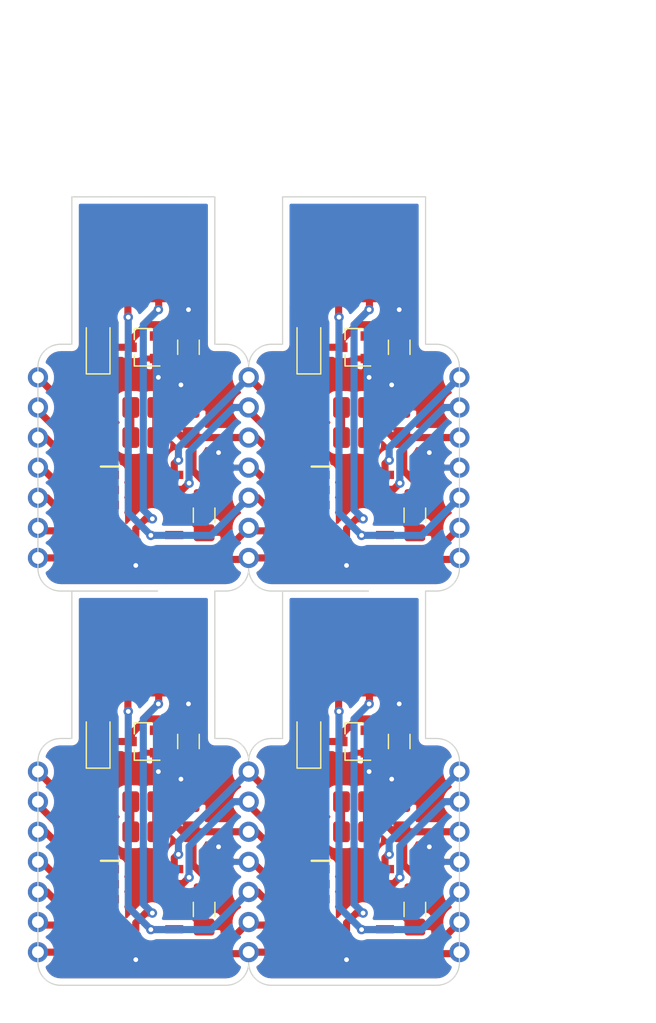
<source format=kicad_pcb>
(kicad_pcb (version 20171130) (host pcbnew 5.1.5-52549c5~86~ubuntu18.04.1)
  (layers (0 F.Cu signal) (31 B.Cu signal) (34 B.Paste user) (35 F.Paste user) (36 B.SilkS user) (37 F.SilkS user) (38 B.Mask user) (39 F.Mask user) (44 Edge.Cuts user))
  (net 0 "")
  (net 1 Board_1-+3V3)
  (net 2 Board_1-/PA02)
  (net 3 Board_1-/PA04)
  (net 4 Board_1-/PA05)
  (net 5 Board_1-/PA08)
  (net 6 Board_1-/PA09)
  (net 7 Board_1-/PA14)
  (net 8 Board_1-/PA15)
  (net 9 Board_1-/PA24)
  (net 10 Board_1-/PA25)
  (net 11 Board_1-/PA28)
  (net 12 Board_1-/PA30)
  (net 13 Board_1-/PA31)
  (net 14 Board_1-GND)
  (net 15 "Board_1-Net-(C2-Pad1)")
  (net 16 "Board_1-Net-(D1-Pad1)")
  (net 17 "Board_1-Net-(D2-Pad1)")
  (net 18 Board_1-VBUS)
  (net 19 Board_2-+3V3)
  (net 20 Board_2-/PA02)
  (net 21 Board_2-/PA04)
  (net 22 Board_2-/PA05)
  (net 23 Board_2-/PA08)
  (net 24 Board_2-/PA09)
  (net 25 Board_2-/PA14)
  (net 26 Board_2-/PA15)
  (net 27 Board_2-/PA24)
  (net 28 Board_2-/PA25)
  (net 29 Board_2-/PA28)
  (net 30 Board_2-/PA30)
  (net 31 Board_2-/PA31)
  (net 32 Board_2-GND)
  (net 33 "Board_2-Net-(C2-Pad1)")
  (net 34 "Board_2-Net-(D1-Pad1)")
  (net 35 "Board_2-Net-(D2-Pad1)")
  (net 36 Board_2-VBUS)
  (net 37 Board_3-+3V3)
  (net 38 Board_3-/PA02)
  (net 39 Board_3-/PA04)
  (net 40 Board_3-/PA05)
  (net 41 Board_3-/PA08)
  (net 42 Board_3-/PA09)
  (net 43 Board_3-/PA14)
  (net 44 Board_3-/PA15)
  (net 45 Board_3-/PA24)
  (net 46 Board_3-/PA25)
  (net 47 Board_3-/PA28)
  (net 48 Board_3-/PA30)
  (net 49 Board_3-/PA31)
  (net 50 Board_3-GND)
  (net 51 "Board_3-Net-(C2-Pad1)")
  (net 52 "Board_3-Net-(D1-Pad1)")
  (net 53 "Board_3-Net-(D2-Pad1)")
  (net 54 Board_3-VBUS)
  (net 55 Board_4-+3V3)
  (net 56 Board_4-/PA02)
  (net 57 Board_4-/PA04)
  (net 58 Board_4-/PA05)
  (net 59 Board_4-/PA08)
  (net 60 Board_4-/PA09)
  (net 61 Board_4-/PA14)
  (net 62 Board_4-/PA15)
  (net 63 Board_4-/PA24)
  (net 64 Board_4-/PA25)
  (net 65 Board_4-/PA28)
  (net 66 Board_4-/PA30)
  (net 67 Board_4-/PA31)
  (net 68 Board_4-GND)
  (net 69 "Board_4-Net-(C2-Pad1)")
  (net 70 "Board_4-Net-(D1-Pad1)")
  (net 71 "Board_4-Net-(D2-Pad1)")
  (net 72 Board_4-VBUS)
  (module Connector_USB:USB_A_Plug_PCB (layer F.Cu) (at 76.670014 83.274014 180)
    (fp_text reference U2 hide)
    (fp_text value USB_A_Plug_PCB hide)
    (pad 1 connect rect (at 3.81 -4.9 180) (size 1.9 8) (layers F.Cu F.Mask) (net 72 Board_4-VBUS))
    (pad 4 connect rect (at -3.81 -4.9 180) (size 1.9 8) (layers F.Cu F.Mask) (net 68 Board_4-GND))
    (pad 3 connect rect (at -1.3 -5.15 180) (size 2 7.5) (layers F.Cu F.Mask) (net 63 Board_4-/PA24))
    (pad 2 connect rect (at 1.3 -5.15 180) (size 2 7.5) (layers F.Cu F.Mask) (net 64 Board_4-/PA25))
  )
  (module Package_TO_SOT_SMD:SOT-23 (layer F.Cu) (at 76.670014 95.974014 180)
    (fp_text reference U1 hide)
    (fp_text value MCP1700-3302E_SOT23 hide)
    (pad 1 smd rect (at -1 -0.95 180) (size 0.9 0.8) (layers F.Cu F.Paste F.Mask) (net 68 Board_4-GND))
    (pad 2 smd rect (at -1 0.95 180) (size 0.9 0.8) (layers F.Cu F.Paste F.Mask) (net 55 Board_4-+3V3))
    (pad 3 smd rect (at 1 0 180) (size 0.9 0.8) (layers F.Cu F.Paste F.Mask) (net 69 "Board_4-Net-(C2-Pad1)"))
  )
  (module Diode_SMD:D_SOD-123 (layer F.Cu) (at 72.860014 95.974014 90)
    (fp_text reference D3 hide)
    (fp_text value MBRA140 hide)
    (pad 2 smd rect (at 1.65 0 90) (size 0.9 1.2) (layers F.Cu F.Paste F.Mask) (net 72 Board_4-VBUS))
    (pad 1 smd rect (at -1.65 0 90) (size 0.9 1.2) (layers F.Cu F.Paste F.Mask) (net 69 "Board_4-Net-(C2-Pad1)"))
  )
  (module Capacitor_SMD:C_1206_3216Metric_Pad1.42x1.75mm_HandSolder (layer F.Cu) (at 80.480014 95.974014 270)
    (fp_text reference C2 hide)
    (fp_text value 1uF)
    (pad 1 smd roundrect (at -1.4875 0 270) (size 1.425 1.75) (layers F.Cu F.Paste F.Mask) (roundrect_rratio 0.175439) (net 69 "Board_4-Net-(C2-Pad1)"))
    (pad 2 smd roundrect (at 1.4875 0 270) (size 1.425 1.75) (layers F.Cu F.Paste F.Mask) (roundrect_rratio 0.175439) (net 68 Board_4-GND))
  )
  (module SamD11_Breakout:PinHeader_1x07_P2.54mm_Vertical (layer F.Cu) (at 85.560014 98.514014)
    (fp_text reference J2 hide)
    (fp_text value Conn_01x07 hide)
    (pad 1 thru_hole circle (at 0 0) (size 1.7 1.7) (drill 1) (layers *.Cu *.Mask) (net 57 Board_4-/PA04))
    (pad 2 thru_hole oval (at 0 2.54) (size 1.7 1.7) (drill 1) (layers *.Cu *.Mask) (net 56 Board_4-/PA02))
    (pad 3 thru_hole oval (at 0 5.08) (size 1.7 1.7) (drill 1) (layers *.Cu *.Mask) (net 55 Board_4-+3V3))
    (pad 4 thru_hole oval (at 0 7.62) (size 1.7 1.7) (drill 1) (layers *.Cu *.Mask) (net 68 Board_4-GND))
    (pad 5 thru_hole oval (at 0 10.16) (size 1.7 1.7) (drill 1) (layers *.Cu *.Mask) (net 64 Board_4-/PA25))
    (pad 6 thru_hole oval (at 0 12.7) (size 1.7 1.7) (drill 1) (layers *.Cu *.Mask) (net 63 Board_4-/PA24))
    (pad 7 thru_hole oval (at 0 15.24) (size 1.7 1.7) (drill 1) (layers *.Cu *.Mask) (net 67 Board_4-/PA31))
  )
  (module SamD11_Breakout:SOIC127P600X175-14N (layer F.Cu) (at 76.568414 110.553614)
    (fp_text reference IC2)
    (fp_text value ATSAMD11C14A-SSUT hide)
    (pad 1 smd rect (at -2.712 -3.81 90) (size 0.7 1.525) (layers F.Cu F.Paste F.Mask) (net 58 Board_4-/PA05))
    (pad 2 smd rect (at -2.712 -2.54 90) (size 0.7 1.525) (layers F.Cu F.Paste F.Mask) (net 59 Board_4-/PA08))
    (pad 3 smd rect (at -2.712 -1.27 90) (size 0.7 1.525) (layers F.Cu F.Paste F.Mask) (net 60 Board_4-/PA09))
    (pad 4 smd rect (at -2.712 0 90) (size 0.7 1.525) (layers F.Cu F.Paste F.Mask) (net 61 Board_4-/PA14))
    (pad 5 smd rect (at -2.712 1.27 90) (size 0.7 1.525) (layers F.Cu F.Paste F.Mask) (net 62 Board_4-/PA15))
    (pad 6 smd rect (at -2.712 2.54 90) (size 0.7 1.525) (layers F.Cu F.Paste F.Mask) (net 65 Board_4-/PA28))
    (pad 7 smd rect (at -2.712 3.81 90) (size 0.7 1.525) (layers F.Cu F.Paste F.Mask) (net 66 Board_4-/PA30))
    (pad 8 smd rect (at 2.712 3.81 90) (size 0.7 1.525) (layers F.Cu F.Paste F.Mask) (net 67 Board_4-/PA31))
    (pad 9 smd rect (at 2.712 2.54 90) (size 0.7 1.525) (layers F.Cu F.Paste F.Mask) (net 63 Board_4-/PA24))
    (pad 10 smd rect (at 2.712 1.27 90) (size 0.7 1.525) (layers F.Cu F.Paste F.Mask) (net 64 Board_4-/PA25))
    (pad 11 smd rect (at 2.712 0 90) (size 0.7 1.525) (layers F.Cu F.Paste F.Mask) (net 68 Board_4-GND))
    (pad 12 smd rect (at 2.712 -1.27 90) (size 0.7 1.525) (layers F.Cu F.Paste F.Mask) (net 55 Board_4-+3V3))
    (pad 13 smd rect (at 2.712 -2.54 90) (size 0.7 1.525) (layers F.Cu F.Paste F.Mask) (net 56 Board_4-/PA02))
    (pad 14 smd rect (at 2.712 -3.81 90) (size 0.7 1.525) (layers F.Cu F.Paste F.Mask) (net 57 Board_4-/PA04))
  )
  (module SamD11_Breakout:R_1206_3216Metric_Pad1.42x1.75mm_HandSolder (layer F.Cu) (at 79.210014 101.054014)
    (fp_text reference R1 hide)
    (fp_text value 1K hide)
    (pad 2 smd roundrect (at 1.4875 0) (size 1.425 1.75) (layers F.Cu F.Paste F.Mask) (roundrect_rratio 0.175439) (net 68 Board_4-GND))
    (pad 1 smd roundrect (at -1.4875 0) (size 1.425 1.75) (layers F.Cu F.Paste F.Mask) (roundrect_rratio 0.175439) (net 70 "Board_4-Net-(D1-Pad1)"))
  )
  (module SamD11_Breakout:LED_1206_3216Metric_Pad1.42x1.75mm_HandSolder (layer F.Cu) (at 74.130014 103.594014 180)
    (fp_text reference D2 hide)
    (fp_text value LED hide)
    (pad 2 smd roundrect (at 1.4875 0 180) (size 1.425 1.75) (layers F.Cu F.Paste F.Mask) (roundrect_rratio 0.175439) (net 58 Board_4-/PA05))
    (pad 1 smd roundrect (at -1.4875 0 180) (size 1.425 1.75) (layers F.Cu F.Paste F.Mask) (roundrect_rratio 0.175439) (net 71 "Board_4-Net-(D2-Pad1)"))
  )
  (module SamD11_Breakout:R_1206_3216Metric_Pad1.42x1.75mm_HandSolder (layer F.Cu) (at 74.130014 101.054014 180)
    (fp_text reference R2 hide)
    (fp_text value 1K hide)
    (pad 2 smd roundrect (at 1.4875 0 180) (size 1.425 1.75) (layers F.Cu F.Paste F.Mask) (roundrect_rratio 0.175439) (net 68 Board_4-GND))
    (pad 1 smd roundrect (at -1.4875 0 180) (size 1.425 1.75) (layers F.Cu F.Paste F.Mask) (roundrect_rratio 0.175439) (net 71 "Board_4-Net-(D2-Pad1)"))
  )
  (module SamD11_Breakout:LED_1206_3216Metric_Pad1.42x1.75mm_HandSolder (layer F.Cu) (at 79.210014 103.594014)
    (fp_text reference D1 hide)
    (fp_text value POWER hide)
    (pad 2 smd roundrect (at 1.4875 0) (size 1.425 1.75) (layers F.Cu F.Paste F.Mask) (roundrect_rratio 0.175439) (net 55 Board_4-+3V3))
    (pad 1 smd roundrect (at -1.4875 0) (size 1.425 1.75) (layers F.Cu F.Paste F.Mask) (roundrect_rratio 0.175439) (net 70 "Board_4-Net-(D1-Pad1)"))
  )
  (module SamD11_Breakout:PinHeader_1x07_P2.54mm_Vertical (layer F.Cu) (at 67.780014 98.514014)
    (fp_text reference J1 hide)
    (fp_text value Conn_01x07 hide)
    (pad 1 thru_hole circle (at 0 0) (size 1.7 1.7) (drill 1) (layers *.Cu *.Mask) (net 58 Board_4-/PA05))
    (pad 2 thru_hole oval (at 0 2.54) (size 1.7 1.7) (drill 1) (layers *.Cu *.Mask) (net 59 Board_4-/PA08))
    (pad 3 thru_hole oval (at 0 5.08) (size 1.7 1.7) (drill 1) (layers *.Cu *.Mask) (net 60 Board_4-/PA09))
    (pad 4 thru_hole oval (at 0 7.62) (size 1.7 1.7) (drill 1) (layers *.Cu *.Mask) (net 61 Board_4-/PA14))
    (pad 5 thru_hole oval (at 0 10.16) (size 1.7 1.7) (drill 1) (layers *.Cu *.Mask) (net 62 Board_4-/PA15))
    (pad 6 thru_hole oval (at 0 12.7) (size 1.7 1.7) (drill 1) (layers *.Cu *.Mask) (net 65 Board_4-/PA28))
    (pad 7 thru_hole oval (at 0 15.24) (size 1.7 1.7) (drill 1) (layers *.Cu *.Mask) (net 66 Board_4-/PA30))
  )
  (module Capacitor_SMD:C_1206_3216Metric_Pad1.42x1.75mm_HandSolder (layer F.Cu) (at 81.800814 110.147214 270)
    (fp_text reference C1 hide)
    (fp_text value 0.1uF hide)
    (pad 2 smd roundrect (at 1.4875 0 270) (size 1.425 1.75) (layers F.Cu F.Paste F.Mask) (roundrect_rratio 0.175439) (net 68 Board_4-GND))
    (pad 1 smd roundrect (at -1.4875 0 270) (size 1.425 1.75) (layers F.Cu F.Paste F.Mask) (roundrect_rratio 0.175439) (net 55 Board_4-+3V3))
  )
  (module Connector_USB:USB_A_Plug_PCB (layer F.Cu) (at 58.890001 83.274014 180)
    (fp_text reference U2 hide)
    (fp_text value USB_A_Plug_PCB hide)
    (pad 1 connect rect (at 3.81 -4.9 180) (size 1.9 8) (layers F.Cu F.Mask) (net 54 Board_3-VBUS))
    (pad 4 connect rect (at -3.81 -4.9 180) (size 1.9 8) (layers F.Cu F.Mask) (net 50 Board_3-GND))
    (pad 3 connect rect (at -1.3 -5.15 180) (size 2 7.5) (layers F.Cu F.Mask) (net 45 Board_3-/PA24))
    (pad 2 connect rect (at 1.3 -5.15 180) (size 2 7.5) (layers F.Cu F.Mask) (net 46 Board_3-/PA25))
  )
  (module Package_TO_SOT_SMD:SOT-23 (layer F.Cu) (at 58.890001 95.974014 180)
    (fp_text reference U1 hide)
    (fp_text value MCP1700-3302E_SOT23 hide)
    (pad 1 smd rect (at -1 -0.95 180) (size 0.9 0.8) (layers F.Cu F.Paste F.Mask) (net 50 Board_3-GND))
    (pad 2 smd rect (at -1 0.95 180) (size 0.9 0.8) (layers F.Cu F.Paste F.Mask) (net 37 Board_3-+3V3))
    (pad 3 smd rect (at 1 0 180) (size 0.9 0.8) (layers F.Cu F.Paste F.Mask) (net 51 "Board_3-Net-(C2-Pad1)"))
  )
  (module Diode_SMD:D_SOD-123 (layer F.Cu) (at 55.080001 95.974014 90)
    (fp_text reference D3 hide)
    (fp_text value MBRA140 hide)
    (pad 2 smd rect (at 1.65 0 90) (size 0.9 1.2) (layers F.Cu F.Paste F.Mask) (net 54 Board_3-VBUS))
    (pad 1 smd rect (at -1.65 0 90) (size 0.9 1.2) (layers F.Cu F.Paste F.Mask) (net 51 "Board_3-Net-(C2-Pad1)"))
  )
  (module Capacitor_SMD:C_1206_3216Metric_Pad1.42x1.75mm_HandSolder (layer F.Cu) (at 62.700001 95.974014 270)
    (fp_text reference C2 hide)
    (fp_text value 1uF)
    (pad 1 smd roundrect (at -1.4875 0 270) (size 1.425 1.75) (layers F.Cu F.Paste F.Mask) (roundrect_rratio 0.175439) (net 51 "Board_3-Net-(C2-Pad1)"))
    (pad 2 smd roundrect (at 1.4875 0 270) (size 1.425 1.75) (layers F.Cu F.Paste F.Mask) (roundrect_rratio 0.175439) (net 50 Board_3-GND))
  )
  (module SamD11_Breakout:PinHeader_1x07_P2.54mm_Vertical (layer F.Cu) (at 67.780001 98.514014)
    (fp_text reference J2 hide)
    (fp_text value Conn_01x07 hide)
    (pad 1 thru_hole circle (at 0 0) (size 1.7 1.7) (drill 1) (layers *.Cu *.Mask) (net 39 Board_3-/PA04))
    (pad 2 thru_hole oval (at 0 2.54) (size 1.7 1.7) (drill 1) (layers *.Cu *.Mask) (net 38 Board_3-/PA02))
    (pad 3 thru_hole oval (at 0 5.08) (size 1.7 1.7) (drill 1) (layers *.Cu *.Mask) (net 37 Board_3-+3V3))
    (pad 4 thru_hole oval (at 0 7.62) (size 1.7 1.7) (drill 1) (layers *.Cu *.Mask) (net 50 Board_3-GND))
    (pad 5 thru_hole oval (at 0 10.16) (size 1.7 1.7) (drill 1) (layers *.Cu *.Mask) (net 46 Board_3-/PA25))
    (pad 6 thru_hole oval (at 0 12.7) (size 1.7 1.7) (drill 1) (layers *.Cu *.Mask) (net 45 Board_3-/PA24))
    (pad 7 thru_hole oval (at 0 15.24) (size 1.7 1.7) (drill 1) (layers *.Cu *.Mask) (net 49 Board_3-/PA31))
  )
  (module SamD11_Breakout:SOIC127P600X175-14N (layer F.Cu) (at 58.788401 110.553614)
    (fp_text reference IC2)
    (fp_text value ATSAMD11C14A-SSUT hide)
    (pad 1 smd rect (at -2.712 -3.81 90) (size 0.7 1.525) (layers F.Cu F.Paste F.Mask) (net 40 Board_3-/PA05))
    (pad 2 smd rect (at -2.712 -2.54 90) (size 0.7 1.525) (layers F.Cu F.Paste F.Mask) (net 41 Board_3-/PA08))
    (pad 3 smd rect (at -2.712 -1.27 90) (size 0.7 1.525) (layers F.Cu F.Paste F.Mask) (net 42 Board_3-/PA09))
    (pad 4 smd rect (at -2.712 0 90) (size 0.7 1.525) (layers F.Cu F.Paste F.Mask) (net 43 Board_3-/PA14))
    (pad 5 smd rect (at -2.712 1.27 90) (size 0.7 1.525) (layers F.Cu F.Paste F.Mask) (net 44 Board_3-/PA15))
    (pad 6 smd rect (at -2.712 2.54 90) (size 0.7 1.525) (layers F.Cu F.Paste F.Mask) (net 47 Board_3-/PA28))
    (pad 7 smd rect (at -2.712 3.81 90) (size 0.7 1.525) (layers F.Cu F.Paste F.Mask) (net 48 Board_3-/PA30))
    (pad 8 smd rect (at 2.712 3.81 90) (size 0.7 1.525) (layers F.Cu F.Paste F.Mask) (net 49 Board_3-/PA31))
    (pad 9 smd rect (at 2.712 2.54 90) (size 0.7 1.525) (layers F.Cu F.Paste F.Mask) (net 45 Board_3-/PA24))
    (pad 10 smd rect (at 2.712 1.27 90) (size 0.7 1.525) (layers F.Cu F.Paste F.Mask) (net 46 Board_3-/PA25))
    (pad 11 smd rect (at 2.712 0 90) (size 0.7 1.525) (layers F.Cu F.Paste F.Mask) (net 50 Board_3-GND))
    (pad 12 smd rect (at 2.712 -1.27 90) (size 0.7 1.525) (layers F.Cu F.Paste F.Mask) (net 37 Board_3-+3V3))
    (pad 13 smd rect (at 2.712 -2.54 90) (size 0.7 1.525) (layers F.Cu F.Paste F.Mask) (net 38 Board_3-/PA02))
    (pad 14 smd rect (at 2.712 -3.81 90) (size 0.7 1.525) (layers F.Cu F.Paste F.Mask) (net 39 Board_3-/PA04))
  )
  (module SamD11_Breakout:R_1206_3216Metric_Pad1.42x1.75mm_HandSolder (layer F.Cu) (at 61.430001 101.054014)
    (fp_text reference R1 hide)
    (fp_text value 1K hide)
    (pad 2 smd roundrect (at 1.4875 0) (size 1.425 1.75) (layers F.Cu F.Paste F.Mask) (roundrect_rratio 0.175439) (net 50 Board_3-GND))
    (pad 1 smd roundrect (at -1.4875 0) (size 1.425 1.75) (layers F.Cu F.Paste F.Mask) (roundrect_rratio 0.175439) (net 52 "Board_3-Net-(D1-Pad1)"))
  )
  (module SamD11_Breakout:LED_1206_3216Metric_Pad1.42x1.75mm_HandSolder (layer F.Cu) (at 56.350001 103.594014 180)
    (fp_text reference D2 hide)
    (fp_text value LED hide)
    (pad 2 smd roundrect (at 1.4875 0 180) (size 1.425 1.75) (layers F.Cu F.Paste F.Mask) (roundrect_rratio 0.175439) (net 40 Board_3-/PA05))
    (pad 1 smd roundrect (at -1.4875 0 180) (size 1.425 1.75) (layers F.Cu F.Paste F.Mask) (roundrect_rratio 0.175439) (net 53 "Board_3-Net-(D2-Pad1)"))
  )
  (module SamD11_Breakout:R_1206_3216Metric_Pad1.42x1.75mm_HandSolder (layer F.Cu) (at 56.350001 101.054014 180)
    (fp_text reference R2 hide)
    (fp_text value 1K hide)
    (pad 2 smd roundrect (at 1.4875 0 180) (size 1.425 1.75) (layers F.Cu F.Paste F.Mask) (roundrect_rratio 0.175439) (net 50 Board_3-GND))
    (pad 1 smd roundrect (at -1.4875 0 180) (size 1.425 1.75) (layers F.Cu F.Paste F.Mask) (roundrect_rratio 0.175439) (net 53 "Board_3-Net-(D2-Pad1)"))
  )
  (module SamD11_Breakout:LED_1206_3216Metric_Pad1.42x1.75mm_HandSolder (layer F.Cu) (at 61.430001 103.594014)
    (fp_text reference D1 hide)
    (fp_text value POWER hide)
    (pad 2 smd roundrect (at 1.4875 0) (size 1.425 1.75) (layers F.Cu F.Paste F.Mask) (roundrect_rratio 0.175439) (net 37 Board_3-+3V3))
    (pad 1 smd roundrect (at -1.4875 0) (size 1.425 1.75) (layers F.Cu F.Paste F.Mask) (roundrect_rratio 0.175439) (net 52 "Board_3-Net-(D1-Pad1)"))
  )
  (module SamD11_Breakout:PinHeader_1x07_P2.54mm_Vertical (layer F.Cu) (at 50.000001 98.514014)
    (fp_text reference J1 hide)
    (fp_text value Conn_01x07 hide)
    (pad 1 thru_hole circle (at 0 0) (size 1.7 1.7) (drill 1) (layers *.Cu *.Mask) (net 40 Board_3-/PA05))
    (pad 2 thru_hole oval (at 0 2.54) (size 1.7 1.7) (drill 1) (layers *.Cu *.Mask) (net 41 Board_3-/PA08))
    (pad 3 thru_hole oval (at 0 5.08) (size 1.7 1.7) (drill 1) (layers *.Cu *.Mask) (net 42 Board_3-/PA09))
    (pad 4 thru_hole oval (at 0 7.62) (size 1.7 1.7) (drill 1) (layers *.Cu *.Mask) (net 43 Board_3-/PA14))
    (pad 5 thru_hole oval (at 0 10.16) (size 1.7 1.7) (drill 1) (layers *.Cu *.Mask) (net 44 Board_3-/PA15))
    (pad 6 thru_hole oval (at 0 12.7) (size 1.7 1.7) (drill 1) (layers *.Cu *.Mask) (net 47 Board_3-/PA28))
    (pad 7 thru_hole oval (at 0 15.24) (size 1.7 1.7) (drill 1) (layers *.Cu *.Mask) (net 48 Board_3-/PA30))
  )
  (module Capacitor_SMD:C_1206_3216Metric_Pad1.42x1.75mm_HandSolder (layer F.Cu) (at 64.020801 110.147214 270)
    (fp_text reference C1 hide)
    (fp_text value 0.1uF hide)
    (pad 2 smd roundrect (at 1.4875 0 270) (size 1.425 1.75) (layers F.Cu F.Paste F.Mask) (roundrect_rratio 0.175439) (net 50 Board_3-GND))
    (pad 1 smd roundrect (at -1.4875 0 270) (size 1.425 1.75) (layers F.Cu F.Paste F.Mask) (roundrect_rratio 0.175439) (net 37 Board_3-+3V3))
  )
  (module Connector_USB:USB_A_Plug_PCB (layer F.Cu) (at 76.670014 50.000001 180)
    (fp_text reference U2 hide)
    (fp_text value USB_A_Plug_PCB hide)
    (pad 1 connect rect (at 3.81 -4.9 180) (size 1.9 8) (layers F.Cu F.Mask) (net 36 Board_2-VBUS))
    (pad 4 connect rect (at -3.81 -4.9 180) (size 1.9 8) (layers F.Cu F.Mask) (net 32 Board_2-GND))
    (pad 3 connect rect (at -1.3 -5.15 180) (size 2 7.5) (layers F.Cu F.Mask) (net 27 Board_2-/PA24))
    (pad 2 connect rect (at 1.3 -5.15 180) (size 2 7.5) (layers F.Cu F.Mask) (net 28 Board_2-/PA25))
  )
  (module Package_TO_SOT_SMD:SOT-23 (layer F.Cu) (at 76.670014 62.700001 180)
    (fp_text reference U1 hide)
    (fp_text value MCP1700-3302E_SOT23 hide)
    (pad 1 smd rect (at -1 -0.95 180) (size 0.9 0.8) (layers F.Cu F.Paste F.Mask) (net 32 Board_2-GND))
    (pad 2 smd rect (at -1 0.95 180) (size 0.9 0.8) (layers F.Cu F.Paste F.Mask) (net 19 Board_2-+3V3))
    (pad 3 smd rect (at 1 0 180) (size 0.9 0.8) (layers F.Cu F.Paste F.Mask) (net 33 "Board_2-Net-(C2-Pad1)"))
  )
  (module Diode_SMD:D_SOD-123 (layer F.Cu) (at 72.860014 62.700001 90)
    (fp_text reference D3 hide)
    (fp_text value MBRA140 hide)
    (pad 2 smd rect (at 1.65 0 90) (size 0.9 1.2) (layers F.Cu F.Paste F.Mask) (net 36 Board_2-VBUS))
    (pad 1 smd rect (at -1.65 0 90) (size 0.9 1.2) (layers F.Cu F.Paste F.Mask) (net 33 "Board_2-Net-(C2-Pad1)"))
  )
  (module Capacitor_SMD:C_1206_3216Metric_Pad1.42x1.75mm_HandSolder (layer F.Cu) (at 80.480014 62.700001 270)
    (fp_text reference C2 hide)
    (fp_text value 1uF)
    (pad 1 smd roundrect (at -1.4875 0 270) (size 1.425 1.75) (layers F.Cu F.Paste F.Mask) (roundrect_rratio 0.175439) (net 33 "Board_2-Net-(C2-Pad1)"))
    (pad 2 smd roundrect (at 1.4875 0 270) (size 1.425 1.75) (layers F.Cu F.Paste F.Mask) (roundrect_rratio 0.175439) (net 32 Board_2-GND))
  )
  (module SamD11_Breakout:PinHeader_1x07_P2.54mm_Vertical (layer F.Cu) (at 85.560014 65.240001)
    (fp_text reference J2 hide)
    (fp_text value Conn_01x07 hide)
    (pad 1 thru_hole circle (at 0 0) (size 1.7 1.7) (drill 1) (layers *.Cu *.Mask) (net 21 Board_2-/PA04))
    (pad 2 thru_hole oval (at 0 2.54) (size 1.7 1.7) (drill 1) (layers *.Cu *.Mask) (net 20 Board_2-/PA02))
    (pad 3 thru_hole oval (at 0 5.08) (size 1.7 1.7) (drill 1) (layers *.Cu *.Mask) (net 19 Board_2-+3V3))
    (pad 4 thru_hole oval (at 0 7.62) (size 1.7 1.7) (drill 1) (layers *.Cu *.Mask) (net 32 Board_2-GND))
    (pad 5 thru_hole oval (at 0 10.16) (size 1.7 1.7) (drill 1) (layers *.Cu *.Mask) (net 28 Board_2-/PA25))
    (pad 6 thru_hole oval (at 0 12.7) (size 1.7 1.7) (drill 1) (layers *.Cu *.Mask) (net 27 Board_2-/PA24))
    (pad 7 thru_hole oval (at 0 15.24) (size 1.7 1.7) (drill 1) (layers *.Cu *.Mask) (net 31 Board_2-/PA31))
  )
  (module SamD11_Breakout:SOIC127P600X175-14N (layer F.Cu) (at 76.568414 77.279601)
    (fp_text reference IC2)
    (fp_text value ATSAMD11C14A-SSUT hide)
    (pad 1 smd rect (at -2.712 -3.81 90) (size 0.7 1.525) (layers F.Cu F.Paste F.Mask) (net 22 Board_2-/PA05))
    (pad 2 smd rect (at -2.712 -2.54 90) (size 0.7 1.525) (layers F.Cu F.Paste F.Mask) (net 23 Board_2-/PA08))
    (pad 3 smd rect (at -2.712 -1.27 90) (size 0.7 1.525) (layers F.Cu F.Paste F.Mask) (net 24 Board_2-/PA09))
    (pad 4 smd rect (at -2.712 0 90) (size 0.7 1.525) (layers F.Cu F.Paste F.Mask) (net 25 Board_2-/PA14))
    (pad 5 smd rect (at -2.712 1.27 90) (size 0.7 1.525) (layers F.Cu F.Paste F.Mask) (net 26 Board_2-/PA15))
    (pad 6 smd rect (at -2.712 2.54 90) (size 0.7 1.525) (layers F.Cu F.Paste F.Mask) (net 29 Board_2-/PA28))
    (pad 7 smd rect (at -2.712 3.81 90) (size 0.7 1.525) (layers F.Cu F.Paste F.Mask) (net 30 Board_2-/PA30))
    (pad 8 smd rect (at 2.712 3.81 90) (size 0.7 1.525) (layers F.Cu F.Paste F.Mask) (net 31 Board_2-/PA31))
    (pad 9 smd rect (at 2.712 2.54 90) (size 0.7 1.525) (layers F.Cu F.Paste F.Mask) (net 27 Board_2-/PA24))
    (pad 10 smd rect (at 2.712 1.27 90) (size 0.7 1.525) (layers F.Cu F.Paste F.Mask) (net 28 Board_2-/PA25))
    (pad 11 smd rect (at 2.712 0 90) (size 0.7 1.525) (layers F.Cu F.Paste F.Mask) (net 32 Board_2-GND))
    (pad 12 smd rect (at 2.712 -1.27 90) (size 0.7 1.525) (layers F.Cu F.Paste F.Mask) (net 19 Board_2-+3V3))
    (pad 13 smd rect (at 2.712 -2.54 90) (size 0.7 1.525) (layers F.Cu F.Paste F.Mask) (net 20 Board_2-/PA02))
    (pad 14 smd rect (at 2.712 -3.81 90) (size 0.7 1.525) (layers F.Cu F.Paste F.Mask) (net 21 Board_2-/PA04))
  )
  (module SamD11_Breakout:R_1206_3216Metric_Pad1.42x1.75mm_HandSolder (layer F.Cu) (at 79.210014 67.780001)
    (fp_text reference R1 hide)
    (fp_text value 1K hide)
    (pad 2 smd roundrect (at 1.4875 0) (size 1.425 1.75) (layers F.Cu F.Paste F.Mask) (roundrect_rratio 0.175439) (net 32 Board_2-GND))
    (pad 1 smd roundrect (at -1.4875 0) (size 1.425 1.75) (layers F.Cu F.Paste F.Mask) (roundrect_rratio 0.175439) (net 34 "Board_2-Net-(D1-Pad1)"))
  )
  (module SamD11_Breakout:LED_1206_3216Metric_Pad1.42x1.75mm_HandSolder (layer F.Cu) (at 74.130014 70.320001 180)
    (fp_text reference D2 hide)
    (fp_text value LED hide)
    (pad 2 smd roundrect (at 1.4875 0 180) (size 1.425 1.75) (layers F.Cu F.Paste F.Mask) (roundrect_rratio 0.175439) (net 22 Board_2-/PA05))
    (pad 1 smd roundrect (at -1.4875 0 180) (size 1.425 1.75) (layers F.Cu F.Paste F.Mask) (roundrect_rratio 0.175439) (net 35 "Board_2-Net-(D2-Pad1)"))
  )
  (module SamD11_Breakout:R_1206_3216Metric_Pad1.42x1.75mm_HandSolder (layer F.Cu) (at 74.130014 67.780001 180)
    (fp_text reference R2 hide)
    (fp_text value 1K hide)
    (pad 2 smd roundrect (at 1.4875 0 180) (size 1.425 1.75) (layers F.Cu F.Paste F.Mask) (roundrect_rratio 0.175439) (net 32 Board_2-GND))
    (pad 1 smd roundrect (at -1.4875 0 180) (size 1.425 1.75) (layers F.Cu F.Paste F.Mask) (roundrect_rratio 0.175439) (net 35 "Board_2-Net-(D2-Pad1)"))
  )
  (module SamD11_Breakout:LED_1206_3216Metric_Pad1.42x1.75mm_HandSolder (layer F.Cu) (at 79.210014 70.320001)
    (fp_text reference D1 hide)
    (fp_text value POWER hide)
    (pad 2 smd roundrect (at 1.4875 0) (size 1.425 1.75) (layers F.Cu F.Paste F.Mask) (roundrect_rratio 0.175439) (net 19 Board_2-+3V3))
    (pad 1 smd roundrect (at -1.4875 0) (size 1.425 1.75) (layers F.Cu F.Paste F.Mask) (roundrect_rratio 0.175439) (net 34 "Board_2-Net-(D1-Pad1)"))
  )
  (module SamD11_Breakout:PinHeader_1x07_P2.54mm_Vertical (layer F.Cu) (at 67.780014 65.240001)
    (fp_text reference J1 hide)
    (fp_text value Conn_01x07 hide)
    (pad 1 thru_hole circle (at 0 0) (size 1.7 1.7) (drill 1) (layers *.Cu *.Mask) (net 22 Board_2-/PA05))
    (pad 2 thru_hole oval (at 0 2.54) (size 1.7 1.7) (drill 1) (layers *.Cu *.Mask) (net 23 Board_2-/PA08))
    (pad 3 thru_hole oval (at 0 5.08) (size 1.7 1.7) (drill 1) (layers *.Cu *.Mask) (net 24 Board_2-/PA09))
    (pad 4 thru_hole oval (at 0 7.62) (size 1.7 1.7) (drill 1) (layers *.Cu *.Mask) (net 25 Board_2-/PA14))
    (pad 5 thru_hole oval (at 0 10.16) (size 1.7 1.7) (drill 1) (layers *.Cu *.Mask) (net 26 Board_2-/PA15))
    (pad 6 thru_hole oval (at 0 12.7) (size 1.7 1.7) (drill 1) (layers *.Cu *.Mask) (net 29 Board_2-/PA28))
    (pad 7 thru_hole oval (at 0 15.24) (size 1.7 1.7) (drill 1) (layers *.Cu *.Mask) (net 30 Board_2-/PA30))
  )
  (module Capacitor_SMD:C_1206_3216Metric_Pad1.42x1.75mm_HandSolder (layer F.Cu) (at 81.800814 76.873201 270)
    (fp_text reference C1 hide)
    (fp_text value 0.1uF hide)
    (pad 2 smd roundrect (at 1.4875 0 270) (size 1.425 1.75) (layers F.Cu F.Paste F.Mask) (roundrect_rratio 0.175439) (net 32 Board_2-GND))
    (pad 1 smd roundrect (at -1.4875 0 270) (size 1.425 1.75) (layers F.Cu F.Paste F.Mask) (roundrect_rratio 0.175439) (net 19 Board_2-+3V3))
  )
  (module Connector_USB:USB_A_Plug_PCB (layer F.Cu) (at 58.890001 50.000001 180)
    (fp_text reference U2 hide)
    (fp_text value USB_A_Plug_PCB hide)
    (pad 1 connect rect (at 3.81 -4.9 180) (size 1.9 8) (layers F.Cu F.Mask) (net 18 Board_1-VBUS))
    (pad 4 connect rect (at -3.81 -4.9 180) (size 1.9 8) (layers F.Cu F.Mask) (net 14 Board_1-GND))
    (pad 3 connect rect (at -1.3 -5.15 180) (size 2 7.5) (layers F.Cu F.Mask) (net 9 Board_1-/PA24))
    (pad 2 connect rect (at 1.3 -5.15 180) (size 2 7.5) (layers F.Cu F.Mask) (net 10 Board_1-/PA25))
  )
  (module Package_TO_SOT_SMD:SOT-23 (layer F.Cu) (at 58.890001 62.700001 180)
    (fp_text reference U1 hide)
    (fp_text value MCP1700-3302E_SOT23 hide)
    (pad 1 smd rect (at -1 -0.95 180) (size 0.9 0.8) (layers F.Cu F.Paste F.Mask) (net 14 Board_1-GND))
    (pad 2 smd rect (at -1 0.95 180) (size 0.9 0.8) (layers F.Cu F.Paste F.Mask) (net 1 Board_1-+3V3))
    (pad 3 smd rect (at 1 0 180) (size 0.9 0.8) (layers F.Cu F.Paste F.Mask) (net 15 "Board_1-Net-(C2-Pad1)"))
  )
  (module Diode_SMD:D_SOD-123 (layer F.Cu) (at 55.080001 62.700001 90)
    (fp_text reference D3 hide)
    (fp_text value MBRA140 hide)
    (pad 2 smd rect (at 1.65 0 90) (size 0.9 1.2) (layers F.Cu F.Paste F.Mask) (net 18 Board_1-VBUS))
    (pad 1 smd rect (at -1.65 0 90) (size 0.9 1.2) (layers F.Cu F.Paste F.Mask) (net 15 "Board_1-Net-(C2-Pad1)"))
  )
  (module Capacitor_SMD:C_1206_3216Metric_Pad1.42x1.75mm_HandSolder (layer F.Cu) (at 62.700001 62.700001 270)
    (fp_text reference C2 hide)
    (fp_text value 1uF)
    (pad 1 smd roundrect (at -1.4875 0 270) (size 1.425 1.75) (layers F.Cu F.Paste F.Mask) (roundrect_rratio 0.175439) (net 15 "Board_1-Net-(C2-Pad1)"))
    (pad 2 smd roundrect (at 1.4875 0 270) (size 1.425 1.75) (layers F.Cu F.Paste F.Mask) (roundrect_rratio 0.175439) (net 14 Board_1-GND))
  )
  (module SamD11_Breakout:PinHeader_1x07_P2.54mm_Vertical (layer F.Cu) (at 67.780001 65.240001)
    (fp_text reference J2 hide)
    (fp_text value Conn_01x07 hide)
    (pad 1 thru_hole circle (at 0 0) (size 1.7 1.7) (drill 1) (layers *.Cu *.Mask) (net 3 Board_1-/PA04))
    (pad 2 thru_hole oval (at 0 2.54) (size 1.7 1.7) (drill 1) (layers *.Cu *.Mask) (net 2 Board_1-/PA02))
    (pad 3 thru_hole oval (at 0 5.08) (size 1.7 1.7) (drill 1) (layers *.Cu *.Mask) (net 1 Board_1-+3V3))
    (pad 4 thru_hole oval (at 0 7.62) (size 1.7 1.7) (drill 1) (layers *.Cu *.Mask) (net 14 Board_1-GND))
    (pad 5 thru_hole oval (at 0 10.16) (size 1.7 1.7) (drill 1) (layers *.Cu *.Mask) (net 10 Board_1-/PA25))
    (pad 6 thru_hole oval (at 0 12.7) (size 1.7 1.7) (drill 1) (layers *.Cu *.Mask) (net 9 Board_1-/PA24))
    (pad 7 thru_hole oval (at 0 15.24) (size 1.7 1.7) (drill 1) (layers *.Cu *.Mask) (net 13 Board_1-/PA31))
  )
  (module SamD11_Breakout:SOIC127P600X175-14N (layer F.Cu) (at 58.788401 77.279601)
    (fp_text reference IC2)
    (fp_text value ATSAMD11C14A-SSUT hide)
    (pad 1 smd rect (at -2.712 -3.81 90) (size 0.7 1.525) (layers F.Cu F.Paste F.Mask) (net 4 Board_1-/PA05))
    (pad 2 smd rect (at -2.712 -2.54 90) (size 0.7 1.525) (layers F.Cu F.Paste F.Mask) (net 5 Board_1-/PA08))
    (pad 3 smd rect (at -2.712 -1.27 90) (size 0.7 1.525) (layers F.Cu F.Paste F.Mask) (net 6 Board_1-/PA09))
    (pad 4 smd rect (at -2.712 0 90) (size 0.7 1.525) (layers F.Cu F.Paste F.Mask) (net 7 Board_1-/PA14))
    (pad 5 smd rect (at -2.712 1.27 90) (size 0.7 1.525) (layers F.Cu F.Paste F.Mask) (net 8 Board_1-/PA15))
    (pad 6 smd rect (at -2.712 2.54 90) (size 0.7 1.525) (layers F.Cu F.Paste F.Mask) (net 11 Board_1-/PA28))
    (pad 7 smd rect (at -2.712 3.81 90) (size 0.7 1.525) (layers F.Cu F.Paste F.Mask) (net 12 Board_1-/PA30))
    (pad 8 smd rect (at 2.712 3.81 90) (size 0.7 1.525) (layers F.Cu F.Paste F.Mask) (net 13 Board_1-/PA31))
    (pad 9 smd rect (at 2.712 2.54 90) (size 0.7 1.525) (layers F.Cu F.Paste F.Mask) (net 9 Board_1-/PA24))
    (pad 10 smd rect (at 2.712 1.27 90) (size 0.7 1.525) (layers F.Cu F.Paste F.Mask) (net 10 Board_1-/PA25))
    (pad 11 smd rect (at 2.712 0 90) (size 0.7 1.525) (layers F.Cu F.Paste F.Mask) (net 14 Board_1-GND))
    (pad 12 smd rect (at 2.712 -1.27 90) (size 0.7 1.525) (layers F.Cu F.Paste F.Mask) (net 1 Board_1-+3V3))
    (pad 13 smd rect (at 2.712 -2.54 90) (size 0.7 1.525) (layers F.Cu F.Paste F.Mask) (net 2 Board_1-/PA02))
    (pad 14 smd rect (at 2.712 -3.81 90) (size 0.7 1.525) (layers F.Cu F.Paste F.Mask) (net 3 Board_1-/PA04))
  )
  (module SamD11_Breakout:R_1206_3216Metric_Pad1.42x1.75mm_HandSolder (layer F.Cu) (at 61.430001 67.780001)
    (fp_text reference R1 hide)
    (fp_text value 1K hide)
    (pad 2 smd roundrect (at 1.4875 0) (size 1.425 1.75) (layers F.Cu F.Paste F.Mask) (roundrect_rratio 0.175439) (net 14 Board_1-GND))
    (pad 1 smd roundrect (at -1.4875 0) (size 1.425 1.75) (layers F.Cu F.Paste F.Mask) (roundrect_rratio 0.175439) (net 16 "Board_1-Net-(D1-Pad1)"))
  )
  (module SamD11_Breakout:LED_1206_3216Metric_Pad1.42x1.75mm_HandSolder (layer F.Cu) (at 56.350001 70.320001 180)
    (fp_text reference D2 hide)
    (fp_text value LED hide)
    (pad 2 smd roundrect (at 1.4875 0 180) (size 1.425 1.75) (layers F.Cu F.Paste F.Mask) (roundrect_rratio 0.175439) (net 4 Board_1-/PA05))
    (pad 1 smd roundrect (at -1.4875 0 180) (size 1.425 1.75) (layers F.Cu F.Paste F.Mask) (roundrect_rratio 0.175439) (net 17 "Board_1-Net-(D2-Pad1)"))
  )
  (module SamD11_Breakout:R_1206_3216Metric_Pad1.42x1.75mm_HandSolder (layer F.Cu) (at 56.350001 67.780001 180)
    (fp_text reference R2 hide)
    (fp_text value 1K hide)
    (pad 2 smd roundrect (at 1.4875 0 180) (size 1.425 1.75) (layers F.Cu F.Paste F.Mask) (roundrect_rratio 0.175439) (net 14 Board_1-GND))
    (pad 1 smd roundrect (at -1.4875 0 180) (size 1.425 1.75) (layers F.Cu F.Paste F.Mask) (roundrect_rratio 0.175439) (net 17 "Board_1-Net-(D2-Pad1)"))
  )
  (module SamD11_Breakout:LED_1206_3216Metric_Pad1.42x1.75mm_HandSolder (layer F.Cu) (at 61.430001 70.320001)
    (fp_text reference D1 hide)
    (fp_text value POWER hide)
    (pad 2 smd roundrect (at 1.4875 0) (size 1.425 1.75) (layers F.Cu F.Paste F.Mask) (roundrect_rratio 0.175439) (net 1 Board_1-+3V3))
    (pad 1 smd roundrect (at -1.4875 0) (size 1.425 1.75) (layers F.Cu F.Paste F.Mask) (roundrect_rratio 0.175439) (net 16 "Board_1-Net-(D1-Pad1)"))
  )
  (module SamD11_Breakout:PinHeader_1x07_P2.54mm_Vertical (layer F.Cu) (at 50.000001 65.240001)
    (fp_text reference J1 hide)
    (fp_text value Conn_01x07 hide)
    (pad 1 thru_hole circle (at 0 0) (size 1.7 1.7) (drill 1) (layers *.Cu *.Mask) (net 4 Board_1-/PA05))
    (pad 2 thru_hole oval (at 0 2.54) (size 1.7 1.7) (drill 1) (layers *.Cu *.Mask) (net 5 Board_1-/PA08))
    (pad 3 thru_hole oval (at 0 5.08) (size 1.7 1.7) (drill 1) (layers *.Cu *.Mask) (net 6 Board_1-/PA09))
    (pad 4 thru_hole oval (at 0 7.62) (size 1.7 1.7) (drill 1) (layers *.Cu *.Mask) (net 7 Board_1-/PA14))
    (pad 5 thru_hole oval (at 0 10.16) (size 1.7 1.7) (drill 1) (layers *.Cu *.Mask) (net 8 Board_1-/PA15))
    (pad 6 thru_hole oval (at 0 12.7) (size 1.7 1.7) (drill 1) (layers *.Cu *.Mask) (net 11 Board_1-/PA28))
    (pad 7 thru_hole oval (at 0 15.24) (size 1.7 1.7) (drill 1) (layers *.Cu *.Mask) (net 12 Board_1-/PA30))
  )
  (module Capacitor_SMD:C_1206_3216Metric_Pad1.42x1.75mm_HandSolder (layer F.Cu) (at 64.020801 76.873201 270)
    (fp_text reference C1 hide)
    (fp_text value 0.1uF hide)
    (pad 2 smd roundrect (at 1.4875 0 270) (size 1.425 1.75) (layers F.Cu F.Paste F.Mask) (roundrect_rratio 0.175439) (net 14 Board_1-GND))
    (pad 1 smd roundrect (at -1.4875 0 270) (size 1.425 1.75) (layers F.Cu F.Paste F.Mask) (roundrect_rratio 0.175439) (net 1 Board_1-+3V3))
  )
  (gr_line (start 67.7706 97.4257) (end 67.78 97.606) (layer Edge.Cuts) (width 0.1))
  (gr_line (start 67.7394 97.2288) (end 67.7706 97.4257) (layer Edge.Cuts) (width 0.1))
  (gr_line (start 67.6877 97.0361) (end 67.7394 97.2288) (layer Edge.Cuts) (width 0.1))
  (gr_line (start 67.6162 96.8498) (end 67.6877 97.0361) (layer Edge.Cuts) (width 0.1))
  (gr_line (start 67.5257 96.6721) (end 67.6162 96.8498) (layer Edge.Cuts) (width 0.1))
  (gr_line (start 67.417 96.5047) (end 67.5257 96.6721) (layer Edge.Cuts) (width 0.1))
  (gr_line (start 67.2915 96.3497) (end 67.417 96.5047) (layer Edge.Cuts) (width 0.1))
  (gr_line (start 67.1503 96.2085) (end 67.2915 96.3497) (layer Edge.Cuts) (width 0.1))
  (gr_line (start 66.9953 96.083) (end 67.1503 96.2085) (layer Edge.Cuts) (width 0.1))
  (gr_line (start 66.828 95.9743) (end 66.9953 96.083) (layer Edge.Cuts) (width 0.1))
  (gr_line (start 66.6502 95.8838) (end 66.828 95.9743) (layer Edge.Cuts) (width 0.1))
  (gr_line (start 66.4639 95.8123) (end 66.6502 95.8838) (layer Edge.Cuts) (width 0.1))
  (gr_line (start 66.2712 95.7607) (end 66.4639 95.8123) (layer Edge.Cuts) (width 0.1))
  (gr_line (start 66.0742 95.7295) (end 66.2712 95.7607) (layer Edge.Cuts) (width 0.1))
  (gr_line (start 65.8751 95.719) (end 66.0742 95.7295) (layer Edge.Cuts) (width 0.1))
  (gr_line (start 64.9235 95.719) (end 65.8751 95.719) (layer Edge.Cuts) (width 0.1))
  (gr_line (start 64.9235 83.275) (end 64.9235 95.719) (layer Edge.Cuts) (width 0.1))
  (gr_line (start 65.8751 83.275) (end 64.9235 83.275) (layer Edge.Cuts) (width 0.1))
  (gr_line (start 66.0742 83.2646) (end 65.8751 83.275) (layer Edge.Cuts) (width 0.1))
  (gr_line (start 66.2712 83.2334) (end 66.0742 83.2646) (layer Edge.Cuts) (width 0.1))
  (gr_line (start 66.4639 83.1817) (end 66.2712 83.2334) (layer Edge.Cuts) (width 0.1))
  (gr_line (start 66.6502 83.1102) (end 66.4639 83.1817) (layer Edge.Cuts) (width 0.1))
  (gr_line (start 66.828 83.0197) (end 66.6502 83.1102) (layer Edge.Cuts) (width 0.1))
  (gr_line (start 66.9953 82.911) (end 66.828 83.0197) (layer Edge.Cuts) (width 0.1))
  (gr_line (start 67.1503 82.7855) (end 66.9953 82.911) (layer Edge.Cuts) (width 0.1))
  (gr_line (start 67.2915 82.6443) (end 67.1503 82.7855) (layer Edge.Cuts) (width 0.1))
  (gr_line (start 67.417 82.4893) (end 67.2915 82.6443) (layer Edge.Cuts) (width 0.1))
  (gr_line (start 67.5257 82.322) (end 67.417 82.4893) (layer Edge.Cuts) (width 0.1))
  (gr_line (start 67.6162 82.1442) (end 67.5257 82.322) (layer Edge.Cuts) (width 0.1))
  (gr_line (start 67.6877 81.9579) (end 67.6162 82.1442) (layer Edge.Cuts) (width 0.1))
  (gr_line (start 67.7394 81.7652) (end 67.6877 81.9579) (layer Edge.Cuts) (width 0.1))
  (gr_line (start 67.7706 81.5683) (end 67.7394 81.7652) (layer Edge.Cuts) (width 0.1))
  (gr_line (start 67.78 81.3881) (end 67.7706 81.5683) (layer Edge.Cuts) (width 0.1))
  (gr_line (start 67.7895 81.5683) (end 67.78 81.3881) (layer Edge.Cuts) (width 0.1))
  (gr_line (start 67.8207 81.7653) (end 67.7895 81.5683) (layer Edge.Cuts) (width 0.1))
  (gr_line (start 67.8723 81.9579) (end 67.8207 81.7653) (layer Edge.Cuts) (width 0.1))
  (gr_line (start 67.9438 82.1442) (end 67.8723 81.9579) (layer Edge.Cuts) (width 0.1))
  (gr_line (start 68.0344 82.322) (end 67.9438 82.1442) (layer Edge.Cuts) (width 0.1))
  (gr_line (start 68.1431 82.4894) (end 68.0344 82.322) (layer Edge.Cuts) (width 0.1))
  (gr_line (start 68.2685 82.6443) (end 68.1431 82.4894) (layer Edge.Cuts) (width 0.1))
  (gr_line (start 68.4097 82.7855) (end 68.2685 82.6443) (layer Edge.Cuts) (width 0.1))
  (gr_line (start 68.5647 82.911) (end 68.4097 82.7855) (layer Edge.Cuts) (width 0.1))
  (gr_line (start 68.732 83.0196) (end 68.5647 82.911) (layer Edge.Cuts) (width 0.1))
  (gr_line (start 68.9097 83.1102) (end 68.732 83.0196) (layer Edge.Cuts) (width 0.1))
  (gr_line (start 69.096 83.1817) (end 68.9097 83.1102) (layer Edge.Cuts) (width 0.1))
  (gr_line (start 69.2888 83.2334) (end 69.096 83.1817) (layer Edge.Cuts) (width 0.1))
  (gr_line (start 69.4858 83.2646) (end 69.2888 83.2334) (layer Edge.Cuts) (width 0.1))
  (gr_line (start 69.685 83.275) (end 69.4858 83.2646) (layer Edge.Cuts) (width 0.1))
  (gr_line (start 77.8775 83.275) (end 69.685 83.275) (layer Edge.Cuts) (width 0.1))
  (gr_line (start 70.6417 83.2784) (end 77.8775 83.275) (layer Edge.Cuts) (width 0.1))
  (gr_line (start 70.6415 95.719) (end 70.6417 83.2784) (layer Edge.Cuts) (width 0.1))
  (gr_line (start 69.6849 95.719) (end 70.6415 95.719) (layer Edge.Cuts) (width 0.1))
  (gr_line (start 69.4857 95.7295) (end 69.6849 95.719) (layer Edge.Cuts) (width 0.1))
  (gr_line (start 69.2888 95.7607) (end 69.4857 95.7295) (layer Edge.Cuts) (width 0.1))
  (gr_line (start 69.0961 95.8123) (end 69.2888 95.7607) (layer Edge.Cuts) (width 0.1))
  (gr_line (start 68.9098 95.8838) (end 69.0961 95.8123) (layer Edge.Cuts) (width 0.1))
  (gr_line (start 68.7321 95.9743) (end 68.9098 95.8838) (layer Edge.Cuts) (width 0.1))
  (gr_line (start 68.5647 96.083) (end 68.7321 95.9743) (layer Edge.Cuts) (width 0.1))
  (gr_line (start 68.4097 96.2085) (end 68.5647 96.083) (layer Edge.Cuts) (width 0.1))
  (gr_line (start 68.2685 96.3497) (end 68.4097 96.2085) (layer Edge.Cuts) (width 0.1))
  (gr_line (start 68.143 96.5047) (end 68.2685 96.3497) (layer Edge.Cuts) (width 0.1))
  (gr_line (start 68.0343 96.6721) (end 68.143 96.5047) (layer Edge.Cuts) (width 0.1))
  (gr_line (start 67.9438 96.8498) (end 68.0343 96.6721) (layer Edge.Cuts) (width 0.1))
  (gr_line (start 67.8723 97.0361) (end 67.9438 96.8498) (layer Edge.Cuts) (width 0.1))
  (gr_line (start 67.8207 97.2288) (end 67.8723 97.0361) (layer Edge.Cuts) (width 0.1))
  (gr_line (start 67.7895 97.4257) (end 67.8207 97.2288) (layer Edge.Cuts) (width 0.1))
  (gr_line (start 67.78 97.606) (end 67.7895 97.4257) (layer Edge.Cuts) (width 0.1))
  (gr_line (start 83.655 83.275) (end 82.7035 83.275) (layer Edge.Cuts) (width 0.1))
  (gr_line (start 83.8543 83.2646) (end 83.655 83.275) (layer Edge.Cuts) (width 0.1))
  (gr_line (start 84.0513 83.2333) (end 83.8543 83.2646) (layer Edge.Cuts) (width 0.1))
  (gr_line (start 84.244 83.1817) (end 84.0513 83.2333) (layer Edge.Cuts) (width 0.1))
  (gr_line (start 84.4303 83.1102) (end 84.244 83.1817) (layer Edge.Cuts) (width 0.1))
  (gr_line (start 84.6081 83.0196) (end 84.4303 83.1102) (layer Edge.Cuts) (width 0.1))
  (gr_line (start 84.7754 82.911) (end 84.6081 83.0196) (layer Edge.Cuts) (width 0.1))
  (gr_line (start 84.9303 82.7855) (end 84.7754 82.911) (layer Edge.Cuts) (width 0.1))
  (gr_line (start 85.0714 82.6444) (end 84.9303 82.7855) (layer Edge.Cuts) (width 0.1))
  (gr_line (start 85.197 82.4894) (end 85.0714 82.6444) (layer Edge.Cuts) (width 0.1))
  (gr_line (start 85.3056 82.322) (end 85.197 82.4894) (layer Edge.Cuts) (width 0.1))
  (gr_line (start 85.3962 82.1443) (end 85.3056 82.322) (layer Edge.Cuts) (width 0.1))
  (gr_line (start 85.4677 81.958) (end 85.3962 82.1443) (layer Edge.Cuts) (width 0.1))
  (gr_line (start 85.5194 81.7653) (end 85.4677 81.958) (layer Edge.Cuts) (width 0.1))
  (gr_line (start 85.5506 81.5683) (end 85.5194 81.7653) (layer Edge.Cuts) (width 0.1))
  (gr_line (start 85.561 81.369) (end 85.5506 81.5683) (layer Edge.Cuts) (width 0.1))
  (gr_line (start 85.561 64.351) (end 85.561 81.369) (layer Edge.Cuts) (width 0.1))
  (gr_line (start 85.5506 64.1517) (end 85.561 64.351) (layer Edge.Cuts) (width 0.1))
  (gr_line (start 85.5194 63.9547) (end 85.5506 64.1517) (layer Edge.Cuts) (width 0.1))
  (gr_line (start 85.4677 63.762) (end 85.5194 63.9547) (layer Edge.Cuts) (width 0.1))
  (gr_line (start 85.3962 63.5757) (end 85.4677 63.762) (layer Edge.Cuts) (width 0.1))
  (gr_line (start 85.3057 63.398) (end 85.3962 63.5757) (layer Edge.Cuts) (width 0.1))
  (gr_line (start 85.197 63.2307) (end 85.3057 63.398) (layer Edge.Cuts) (width 0.1))
  (gr_line (start 85.0715 63.0757) (end 85.197 63.2307) (layer Edge.Cuts) (width 0.1))
  (gr_line (start 84.9304 62.9346) (end 85.0715 63.0757) (layer Edge.Cuts) (width 0.1))
  (gr_line (start 84.7753 62.809) (end 84.9304 62.9346) (layer Edge.Cuts) (width 0.1))
  (gr_line (start 84.608 62.7003) (end 84.7753 62.809) (layer Edge.Cuts) (width 0.1))
  (gr_line (start 84.4302 62.6098) (end 84.608 62.7003) (layer Edge.Cuts) (width 0.1))
  (gr_line (start 84.244 62.5383) (end 84.4302 62.6098) (layer Edge.Cuts) (width 0.1))
  (gr_line (start 84.0512 62.4866) (end 84.244 62.5383) (layer Edge.Cuts) (width 0.1))
  (gr_line (start 83.8543 62.4554) (end 84.0512 62.4866) (layer Edge.Cuts) (width 0.1))
  (gr_line (start 83.6551 62.445) (end 83.8543 62.4554) (layer Edge.Cuts) (width 0.1))
  (gr_line (start 82.7035 62.445) (end 83.6551 62.445) (layer Edge.Cuts) (width 0.1))
  (gr_line (start 82.7033 49.9994) (end 82.7035 62.445) (layer Edge.Cuts) (width 0.1))
  (gr_line (start 70.6418 50.0043) (end 82.7033 49.9994) (layer Edge.Cuts) (width 0.1))
  (gr_line (start 70.6415 62.445) (end 70.6418 50.0043) (layer Edge.Cuts) (width 0.1))
  (gr_line (start 69.6849 62.445) (end 70.6415 62.445) (layer Edge.Cuts) (width 0.1))
  (gr_line (start 69.4857 62.4554) (end 69.6849 62.445) (layer Edge.Cuts) (width 0.1))
  (gr_line (start 69.2888 62.4866) (end 69.4857 62.4554) (layer Edge.Cuts) (width 0.1))
  (gr_line (start 69.0961 62.5383) (end 69.2888 62.4866) (layer Edge.Cuts) (width 0.1))
  (gr_line (start 68.9098 62.6098) (end 69.0961 62.5383) (layer Edge.Cuts) (width 0.1))
  (gr_line (start 68.7321 62.7003) (end 68.9098 62.6098) (layer Edge.Cuts) (width 0.1))
  (gr_line (start 68.5647 62.809) (end 68.7321 62.7003) (layer Edge.Cuts) (width 0.1))
  (gr_line (start 68.4096 62.9346) (end 68.5647 62.809) (layer Edge.Cuts) (width 0.1))
  (gr_line (start 68.2685 63.0757) (end 68.4096 62.9346) (layer Edge.Cuts) (width 0.1))
  (gr_line (start 68.143 63.2307) (end 68.2685 63.0757) (layer Edge.Cuts) (width 0.1))
  (gr_line (start 68.0343 63.398) (end 68.143 63.2307) (layer Edge.Cuts) (width 0.1))
  (gr_line (start 67.9438 63.5758) (end 68.0343 63.398) (layer Edge.Cuts) (width 0.1))
  (gr_line (start 67.8723 63.7621) (end 67.9438 63.5758) (layer Edge.Cuts) (width 0.1))
  (gr_line (start 67.8207 63.9548) (end 67.8723 63.7621) (layer Edge.Cuts) (width 0.1))
  (gr_line (start 67.7895 64.1517) (end 67.8207 63.9548) (layer Edge.Cuts) (width 0.1))
  (gr_line (start 67.78 64.332) (end 67.7895 64.1517) (layer Edge.Cuts) (width 0.1))
  (gr_line (start 67.7706 64.1517) (end 67.78 64.332) (layer Edge.Cuts) (width 0.1))
  (gr_line (start 67.7394 63.9548) (end 67.7706 64.1517) (layer Edge.Cuts) (width 0.1))
  (gr_line (start 67.6877 63.7621) (end 67.7394 63.9548) (layer Edge.Cuts) (width 0.1))
  (gr_line (start 67.6162 63.5758) (end 67.6877 63.7621) (layer Edge.Cuts) (width 0.1))
  (gr_line (start 67.5257 63.398) (end 67.6162 63.5758) (layer Edge.Cuts) (width 0.1))
  (gr_line (start 67.417 63.2307) (end 67.5257 63.398) (layer Edge.Cuts) (width 0.1))
  (gr_line (start 67.2915 63.0757) (end 67.417 63.2307) (layer Edge.Cuts) (width 0.1))
  (gr_line (start 67.1504 62.9346) (end 67.2915 63.0757) (layer Edge.Cuts) (width 0.1))
  (gr_line (start 66.9953 62.809) (end 67.1504 62.9346) (layer Edge.Cuts) (width 0.1))
  (gr_line (start 66.828 62.7003) (end 66.9953 62.809) (layer Edge.Cuts) (width 0.1))
  (gr_line (start 66.6502 62.6098) (end 66.828 62.7003) (layer Edge.Cuts) (width 0.1))
  (gr_line (start 66.4639 62.5383) (end 66.6502 62.6098) (layer Edge.Cuts) (width 0.1))
  (gr_line (start 66.2712 62.4866) (end 66.4639 62.5383) (layer Edge.Cuts) (width 0.1))
  (gr_line (start 66.0743 62.4554) (end 66.2712 62.4866) (layer Edge.Cuts) (width 0.1))
  (gr_line (start 65.8751 62.445) (end 66.0743 62.4554) (layer Edge.Cuts) (width 0.1))
  (gr_line (start 64.9235 62.445) (end 65.8751 62.445) (layer Edge.Cuts) (width 0.1))
  (gr_line (start 64.9232 49.9993) (end 64.9235 62.445) (layer Edge.Cuts) (width 0.1))
  (gr_line (start 52.8619 50.0042) (end 64.9232 49.9993) (layer Edge.Cuts) (width 0.1))
  (gr_line (start 52.8615 62.445) (end 52.8619 50.0042) (layer Edge.Cuts) (width 0.1))
  (gr_line (start 51.905 62.445) (end 52.8615 62.445) (layer Edge.Cuts) (width 0.1))
  (gr_line (start 51.7057 62.4554) (end 51.905 62.445) (layer Edge.Cuts) (width 0.1))
  (gr_line (start 51.5087 62.4867) (end 51.7057 62.4554) (layer Edge.Cuts) (width 0.1))
  (gr_line (start 51.316 62.5383) (end 51.5087 62.4867) (layer Edge.Cuts) (width 0.1))
  (gr_line (start 51.1297 62.6098) (end 51.316 62.5383) (layer Edge.Cuts) (width 0.1))
  (gr_line (start 50.952 62.7004) (end 51.1297 62.6098) (layer Edge.Cuts) (width 0.1))
  (gr_line (start 50.7846 62.809) (end 50.952 62.7004) (layer Edge.Cuts) (width 0.1))
  (gr_line (start 50.6297 62.9345) (end 50.7846 62.809) (layer Edge.Cuts) (width 0.1))
  (gr_line (start 50.4886 63.0756) (end 50.6297 62.9345) (layer Edge.Cuts) (width 0.1))
  (gr_line (start 50.363 63.2306) (end 50.4886 63.0756) (layer Edge.Cuts) (width 0.1))
  (gr_line (start 50.2544 63.398) (end 50.363 63.2306) (layer Edge.Cuts) (width 0.1))
  (gr_line (start 50.1638 63.5757) (end 50.2544 63.398) (layer Edge.Cuts) (width 0.1))
  (gr_line (start 50.0923 63.762) (end 50.1638 63.5757) (layer Edge.Cuts) (width 0.1))
  (gr_line (start 50.0406 63.9548) (end 50.0923 63.762) (layer Edge.Cuts) (width 0.1))
  (gr_line (start 50.0094 64.1518) (end 50.0406 63.9548) (layer Edge.Cuts) (width 0.1))
  (gr_line (start 49.999 64.351) (end 50.0094 64.1518) (layer Edge.Cuts) (width 0.1))
  (gr_line (start 49.999 81.369) (end 49.999 64.351) (layer Edge.Cuts) (width 0.1))
  (gr_line (start 50.0094 81.5683) (end 49.999 81.369) (layer Edge.Cuts) (width 0.1))
  (gr_line (start 50.0407 81.7653) (end 50.0094 81.5683) (layer Edge.Cuts) (width 0.1))
  (gr_line (start 50.0923 81.958) (end 50.0407 81.7653) (layer Edge.Cuts) (width 0.1))
  (gr_line (start 50.1638 82.1442) (end 50.0923 81.958) (layer Edge.Cuts) (width 0.1))
  (gr_line (start 50.2544 82.322) (end 50.1638 82.1442) (layer Edge.Cuts) (width 0.1))
  (gr_line (start 50.363 82.4893) (end 50.2544 82.322) (layer Edge.Cuts) (width 0.1))
  (gr_line (start 50.4885 82.6443) (end 50.363 82.4893) (layer Edge.Cuts) (width 0.1))
  (gr_line (start 50.6297 82.7855) (end 50.4885 82.6443) (layer Edge.Cuts) (width 0.1))
  (gr_line (start 50.7846 82.911) (end 50.6297 82.7855) (layer Edge.Cuts) (width 0.1))
  (gr_line (start 50.952 83.0196) (end 50.7846 82.911) (layer Edge.Cuts) (width 0.1))
  (gr_line (start 51.1297 83.1102) (end 50.952 83.0196) (layer Edge.Cuts) (width 0.1))
  (gr_line (start 51.3161 83.1817) (end 51.1297 83.1102) (layer Edge.Cuts) (width 0.1))
  (gr_line (start 51.5087 83.2333) (end 51.3161 83.1817) (layer Edge.Cuts) (width 0.1))
  (gr_line (start 51.7057 83.2646) (end 51.5087 83.2333) (layer Edge.Cuts) (width 0.1))
  (gr_line (start 51.905 83.275) (end 51.7057 83.2646) (layer Edge.Cuts) (width 0.1))
  (gr_line (start 60.0975 83.275) (end 51.905 83.275) (layer Edge.Cuts) (width 0.1))
  (gr_line (start 52.8615 83.2787) (end 60.0975 83.275) (layer Edge.Cuts) (width 0.1))
  (gr_line (start 52.8615 95.719) (end 52.8615 83.2787) (layer Edge.Cuts) (width 0.1))
  (gr_line (start 51.905 95.719) (end 52.8615 95.719) (layer Edge.Cuts) (width 0.1))
  (gr_line (start 51.7057 95.7295) (end 51.905 95.719) (layer Edge.Cuts) (width 0.1))
  (gr_line (start 51.5087 95.7607) (end 51.7057 95.7295) (layer Edge.Cuts) (width 0.1))
  (gr_line (start 51.316 95.8123) (end 51.5087 95.7607) (layer Edge.Cuts) (width 0.1))
  (gr_line (start 51.1297 95.8838) (end 51.316 95.8123) (layer Edge.Cuts) (width 0.1))
  (gr_line (start 50.952 95.9744) (end 51.1297 95.8838) (layer Edge.Cuts) (width 0.1))
  (gr_line (start 50.7846 96.0831) (end 50.952 95.9744) (layer Edge.Cuts) (width 0.1))
  (gr_line (start 50.6297 96.2085) (end 50.7846 96.0831) (layer Edge.Cuts) (width 0.1))
  (gr_line (start 50.4886 96.3496) (end 50.6297 96.2085) (layer Edge.Cuts) (width 0.1))
  (gr_line (start 50.363 96.5047) (end 50.4886 96.3496) (layer Edge.Cuts) (width 0.1))
  (gr_line (start 50.2544 96.672) (end 50.363 96.5047) (layer Edge.Cuts) (width 0.1))
  (gr_line (start 50.1638 96.8497) (end 50.2544 96.672) (layer Edge.Cuts) (width 0.1))
  (gr_line (start 50.0923 97.036) (end 50.1638 96.8497) (layer Edge.Cuts) (width 0.1))
  (gr_line (start 50.0406 97.2288) (end 50.0923 97.036) (layer Edge.Cuts) (width 0.1))
  (gr_line (start 50.0094 97.4258) (end 50.0406 97.2288) (layer Edge.Cuts) (width 0.1))
  (gr_line (start 49.999 97.625) (end 50.0094 97.4258) (layer Edge.Cuts) (width 0.1))
  (gr_line (start 49.999 114.6431) (end 49.999 97.625) (layer Edge.Cuts) (width 0.1))
  (gr_line (start 50.0094 114.8422) (end 49.999 114.6431) (layer Edge.Cuts) (width 0.1))
  (gr_line (start 50.0406 115.0392) (end 50.0094 114.8422) (layer Edge.Cuts) (width 0.1))
  (gr_line (start 50.0923 115.232) (end 50.0406 115.0392) (layer Edge.Cuts) (width 0.1))
  (gr_line (start 50.1638 115.4182) (end 50.0923 115.232) (layer Edge.Cuts) (width 0.1))
  (gr_line (start 50.2543 115.596) (end 50.1638 115.4182) (layer Edge.Cuts) (width 0.1))
  (gr_line (start 50.363 115.7633) (end 50.2543 115.596) (layer Edge.Cuts) (width 0.1))
  (gr_line (start 50.4885 115.9183) (end 50.363 115.7633) (layer Edge.Cuts) (width 0.1))
  (gr_line (start 50.6296 116.0594) (end 50.4885 115.9183) (layer Edge.Cuts) (width 0.1))
  (gr_line (start 50.7846 116.185) (end 50.6296 116.0594) (layer Edge.Cuts) (width 0.1))
  (gr_line (start 50.952 116.2936) (end 50.7846 116.185) (layer Edge.Cuts) (width 0.1))
  (gr_line (start 51.1298 116.3843) (end 50.952 116.2936) (layer Edge.Cuts) (width 0.1))
  (gr_line (start 51.3161 116.4557) (end 51.1298 116.3843) (layer Edge.Cuts) (width 0.1))
  (gr_line (start 51.5087 116.5074) (end 51.3161 116.4557) (layer Edge.Cuts) (width 0.1))
  (gr_line (start 51.7057 116.5386) (end 51.5087 116.5074) (layer Edge.Cuts) (width 0.1))
  (gr_line (start 51.9049 116.549) (end 51.7057 116.5386) (layer Edge.Cuts) (width 0.1))
  (gr_line (start 65.875 116.549) (end 51.9049 116.549) (layer Edge.Cuts) (width 0.1))
  (gr_line (start 66.0742 116.5386) (end 65.875 116.549) (layer Edge.Cuts) (width 0.1))
  (gr_line (start 66.2713 116.5074) (end 66.0742 116.5386) (layer Edge.Cuts) (width 0.1))
  (gr_line (start 66.464 116.4557) (end 66.2713 116.5074) (layer Edge.Cuts) (width 0.1))
  (gr_line (start 66.6503 116.3842) (end 66.464 116.4557) (layer Edge.Cuts) (width 0.1))
  (gr_line (start 66.828 116.2936) (end 66.6503 116.3842) (layer Edge.Cuts) (width 0.1))
  (gr_line (start 66.9954 116.185) (end 66.828 116.2936) (layer Edge.Cuts) (width 0.1))
  (gr_line (start 67.1503 116.0595) (end 66.9954 116.185) (layer Edge.Cuts) (width 0.1))
  (gr_line (start 67.2914 115.9184) (end 67.1503 116.0595) (layer Edge.Cuts) (width 0.1))
  (gr_line (start 67.417 115.7634) (end 67.2914 115.9184) (layer Edge.Cuts) (width 0.1))
  (gr_line (start 67.5256 115.5961) (end 67.417 115.7634) (layer Edge.Cuts) (width 0.1))
  (gr_line (start 67.6162 115.4182) (end 67.5256 115.5961) (layer Edge.Cuts) (width 0.1))
  (gr_line (start 67.6877 115.232) (end 67.6162 115.4182) (layer Edge.Cuts) (width 0.1))
  (gr_line (start 67.7393 115.0393) (end 67.6877 115.232) (layer Edge.Cuts) (width 0.1))
  (gr_line (start 67.7706 114.8423) (end 67.7393 115.0393) (layer Edge.Cuts) (width 0.1))
  (gr_line (start 67.78 114.6621) (end 67.7706 114.8423) (layer Edge.Cuts) (width 0.1))
  (gr_line (start 67.7895 114.8423) (end 67.78 114.6621) (layer Edge.Cuts) (width 0.1))
  (gr_line (start 67.8207 115.0393) (end 67.7895 114.8423) (layer Edge.Cuts) (width 0.1))
  (gr_line (start 67.8723 115.232) (end 67.8207 115.0393) (layer Edge.Cuts) (width 0.1))
  (gr_line (start 67.9438 115.4182) (end 67.8723 115.232) (layer Edge.Cuts) (width 0.1))
  (gr_line (start 68.0344 115.5961) (end 67.9438 115.4182) (layer Edge.Cuts) (width 0.1))
  (gr_line (start 68.1431 115.7634) (end 68.0344 115.5961) (layer Edge.Cuts) (width 0.1))
  (gr_line (start 68.2686 115.9184) (end 68.1431 115.7634) (layer Edge.Cuts) (width 0.1))
  (gr_line (start 68.4097 116.0595) (end 68.2686 115.9184) (layer Edge.Cuts) (width 0.1))
  (gr_line (start 68.5647 116.185) (end 68.4097 116.0595) (layer Edge.Cuts) (width 0.1))
  (gr_line (start 68.732 116.2936) (end 68.5647 116.185) (layer Edge.Cuts) (width 0.1))
  (gr_line (start 68.9097 116.3842) (end 68.732 116.2936) (layer Edge.Cuts) (width 0.1))
  (gr_line (start 69.0961 116.4557) (end 68.9097 116.3842) (layer Edge.Cuts) (width 0.1))
  (gr_line (start 69.2888 116.5074) (end 69.0961 116.4557) (layer Edge.Cuts) (width 0.1))
  (gr_line (start 69.4858 116.5386) (end 69.2888 116.5074) (layer Edge.Cuts) (width 0.1))
  (gr_line (start 69.685 116.549) (end 69.4858 116.5386) (layer Edge.Cuts) (width 0.1))
  (gr_line (start 83.6551 116.549) (end 69.685 116.549) (layer Edge.Cuts) (width 0.1))
  (gr_line (start 83.8542 116.5386) (end 83.6551 116.549) (layer Edge.Cuts) (width 0.1))
  (gr_line (start 84.0512 116.5074) (end 83.8542 116.5386) (layer Edge.Cuts) (width 0.1))
  (gr_line (start 84.244 116.4557) (end 84.0512 116.5074) (layer Edge.Cuts) (width 0.1))
  (gr_line (start 84.4302 116.3843) (end 84.244 116.4557) (layer Edge.Cuts) (width 0.1))
  (gr_line (start 84.608 116.2937) (end 84.4302 116.3843) (layer Edge.Cuts) (width 0.1))
  (gr_line (start 84.7753 116.185) (end 84.608 116.2937) (layer Edge.Cuts) (width 0.1))
  (gr_line (start 84.9303 116.0595) (end 84.7753 116.185) (layer Edge.Cuts) (width 0.1))
  (gr_line (start 85.0714 115.9184) (end 84.9303 116.0595) (layer Edge.Cuts) (width 0.1))
  (gr_line (start 85.197 115.7634) (end 85.0714 115.9184) (layer Edge.Cuts) (width 0.1))
  (gr_line (start 85.3056 115.5961) (end 85.197 115.7634) (layer Edge.Cuts) (width 0.1))
  (gr_line (start 85.3963 115.4182) (end 85.3056 115.5961) (layer Edge.Cuts) (width 0.1))
  (gr_line (start 85.4677 115.232) (end 85.3963 115.4182) (layer Edge.Cuts) (width 0.1))
  (gr_line (start 85.5194 115.0392) (end 85.4677 115.232) (layer Edge.Cuts) (width 0.1))
  (gr_line (start 85.5506 114.8422) (end 85.5194 115.0392) (layer Edge.Cuts) (width 0.1))
  (gr_line (start 85.561 114.643) (end 85.5506 114.8422) (layer Edge.Cuts) (width 0.1))
  (gr_line (start 85.561 97.625) (end 85.561 114.643) (layer Edge.Cuts) (width 0.1))
  (gr_line (start 85.5506 97.4258) (end 85.561 97.625) (layer Edge.Cuts) (width 0.1))
  (gr_line (start 85.5194 97.2288) (end 85.5506 97.4258) (layer Edge.Cuts) (width 0.1))
  (gr_line (start 85.4677 97.0361) (end 85.5194 97.2288) (layer Edge.Cuts) (width 0.1))
  (gr_line (start 85.3963 96.8498) (end 85.4677 97.0361) (layer Edge.Cuts) (width 0.1))
  (gr_line (start 85.3056 96.672) (end 85.3963 96.8498) (layer Edge.Cuts) (width 0.1))
  (gr_line (start 85.197 96.5047) (end 85.3056 96.672) (layer Edge.Cuts) (width 0.1))
  (gr_line (start 85.0715 96.3497) (end 85.197 96.5047) (layer Edge.Cuts) (width 0.1))
  (gr_line (start 84.9304 96.2086) (end 85.0715 96.3497) (layer Edge.Cuts) (width 0.1))
  (gr_line (start 84.7754 96.0831) (end 84.9304 96.2086) (layer Edge.Cuts) (width 0.1))
  (gr_line (start 84.6081 95.9744) (end 84.7754 96.0831) (layer Edge.Cuts) (width 0.1))
  (gr_line (start 84.4303 95.8838) (end 84.6081 95.9744) (layer Edge.Cuts) (width 0.1))
  (gr_line (start 84.244 95.8123) (end 84.4303 95.8838) (layer Edge.Cuts) (width 0.1))
  (gr_line (start 84.0513 95.7607) (end 84.244 95.8123) (layer Edge.Cuts) (width 0.1))
  (gr_line (start 83.8543 95.7295) (end 84.0513 95.7607) (layer Edge.Cuts) (width 0.1))
  (gr_line (start 83.655 95.719) (end 83.8543 95.7295) (layer Edge.Cuts) (width 0.1))
  (gr_line (start 82.7035 95.719) (end 83.655 95.719) (layer Edge.Cuts) (width 0.1))
  (gr_line (start 82.7035 83.275) (end 82.7035 95.719) (layer Edge.Cuts) (width 0.1))
  (segment (start 61.155011 69.270011) (end 62.205001 70.320001) (width 0.6) (layer F.Cu) (net 1))
  (segment (start 61.155011 62.965011) (end 61.155011 69.270011) (width 0.6) (layer F.Cu) (net 1))
  (segment (start 62.205001 70.320001) (end 62.917501 70.320001) (width 0.6) (layer F.Cu) (net 1))
  (segment (start 59.940001 61.750001) (end 61.155011 62.965011) (width 0.6) (layer F.Cu) (net 1))
  (segment (start 59.890001 61.750001) (end 59.940001 61.750001) (width 0.6) (layer F.Cu) (net 1))
  (segment (start 67.780001 70.320001) (end 66.57792 70.320001) (width 0.6) (layer F.Cu) (net 1))
  (segment (start 64.006501 75.400001) (end 64.020801 75.385701) (width 0.6) (layer F.Cu) (net 1))
  (segment (start 63.081001 75.400001) (end 64.006501 75.400001) (width 0.6) (layer F.Cu) (net 1))
  (segment (start 61.500401 76.009601) (end 62.471401 76.009601) (width 0.6) (layer F.Cu) (net 1))
  (segment (start 62.471401 76.009601) (end 63.081001 75.400001) (width 0.6) (layer F.Cu) (net 1))
  (segment (start 66.57792 70.320001) (end 62.917501 70.320001) (width 0.6) (layer F.Cu) (net 1))
  (segment (start 63.081001 70.483501) (end 62.917501 70.320001) (width 0.6) (layer F.Cu) (net 1))
  (segment (start 63.081001 73.114001) (end 63.081001 70.483501) (width 0.6) (layer F.Cu) (net 1))
  (segment (start 64.020801 75.385701) (end 64.020801 74.053801) (width 0.6) (layer F.Cu) (net 1))
  (segment (start 64.020801 74.053801) (end 63.081001 73.114001) (width 0.6) (layer F.Cu) (net 1))
  (via (at 62.752101 74.166999) (size 0.8) (drill 0.4) (layers F.Cu B.Cu) (net 2))
  (segment (start 61.500401 74.739601) (end 62.179499 74.739601) (width 0.6) (layer F.Cu) (net 2))
  (segment (start 62.179499 74.739601) (end 62.752101 74.166999) (width 0.6) (layer F.Cu) (net 2))
  (segment (start 66.510001 67.780001) (end 67.780001 67.780001) (width 0.6) (layer B.Cu) (net 2))
  (segment (start 62.752101 71.537901) (end 66.510001 67.780001) (width 0.6) (layer B.Cu) (net 2))
  (segment (start 62.752101 74.166999) (end 62.752101 71.537901) (width 0.6) (layer B.Cu) (net 2))
  (segment (start 61.795001 72.225001) (end 61.852091 72.225001) (width 0.6) (layer F.Cu) (net 3))
  (segment (start 67.780001 65.240001) (end 61.852091 71.167911) (width 0.6) (layer B.Cu) (net 3))
  (segment (start 61.500401 72.519601) (end 61.795001 72.225001) (width 0.6) (layer F.Cu) (net 3))
  (segment (start 61.500401 73.469601) (end 61.500401 72.519601) (width 0.6) (layer F.Cu) (net 3))
  (via (at 61.852091 72.225001) (size 0.8) (drill 0.4) (layers F.Cu B.Cu) (net 3))
  (segment (start 61.852091 71.167911) (end 61.852091 72.225001) (width 0.6) (layer B.Cu) (net 3))
  (segment (start 54.862501 71.372501) (end 54.862501 70.320001) (width 0.6) (layer F.Cu) (net 4))
  (segment (start 56.076401 73.469601) (end 56.076401 72.586401) (width 0.6) (layer F.Cu) (net 4))
  (segment (start 56.076401 72.586401) (end 54.862501 71.372501) (width 0.6) (layer F.Cu) (net 4))
  (segment (start 53.810001 70.320001) (end 54.862501 70.320001) (width 0.6) (layer F.Cu) (net 4))
  (segment (start 51.905001 68.415001) (end 53.810001 70.320001) (width 0.6) (layer F.Cu) (net 4))
  (segment (start 50.000001 65.240001) (end 51.905001 67.145001) (width 0.6) (layer F.Cu) (net 4))
  (segment (start 51.905001 67.145001) (end 51.905001 68.415001) (width 0.6) (layer F.Cu) (net 4))
  (segment (start 54.927601 74.739601) (end 56.076401 74.739601) (width 0.6) (layer F.Cu) (net 5))
  (segment (start 53.810001 73.622001) (end 54.927601 74.739601) (width 0.6) (layer F.Cu) (net 5))
  (segment (start 53.810001 71.844001) (end 53.810001 73.622001) (width 0.6) (layer F.Cu) (net 5))
  (segment (start 50.000001 67.780001) (end 50.000001 68.034001) (width 0.6) (layer F.Cu) (net 5))
  (segment (start 50.000001 68.034001) (end 53.810001 71.844001) (width 0.6) (layer F.Cu) (net 5))
  (segment (start 50.635001 70.320001) (end 50.000001 70.320001) (width 0.6) (layer F.Cu) (net 6))
  (segment (start 52.921001 72.606001) (end 50.635001 70.320001) (width 0.6) (layer F.Cu) (net 6))
  (segment (start 52.921001 74.130001) (end 52.921001 72.606001) (width 0.6) (layer F.Cu) (net 6))
  (segment (start 56.076401 76.009601) (end 54.800601 76.009601) (width 0.6) (layer F.Cu) (net 6))
  (segment (start 54.800601 76.009601) (end 52.921001 74.130001) (width 0.6) (layer F.Cu) (net 6))
  (segment (start 50.317501 72.860001) (end 50.000001 72.860001) (width 0.6) (layer F.Cu) (net 7))
  (segment (start 56.076401 77.279601) (end 54.737101 77.279601) (width 0.6) (layer F.Cu) (net 7))
  (segment (start 54.737101 77.279601) (end 50.317501 72.860001) (width 0.6) (layer F.Cu) (net 7))
  (segment (start 52.159001 76.797001) (end 50.762001 75.400001) (width 0.6) (layer F.Cu) (net 8))
  (segment (start 50.762001 75.400001) (end 50.000001 75.400001) (width 0.6) (layer F.Cu) (net 8))
  (segment (start 52.794001 76.797001) (end 52.159001 76.797001) (width 0.6) (layer F.Cu) (net 8))
  (segment (start 56.076401 78.549601) (end 54.546601 78.549601) (width 0.6) (layer F.Cu) (net 8))
  (segment (start 54.546601 78.549601) (end 52.794001 76.797001) (width 0.6) (layer F.Cu) (net 8))
  (via (at 59.652001 77.178001) (size 0.8) (drill 0.4) (layers F.Cu B.Cu) (net 9))
  (segment (start 58.255001 78.009316) (end 59.086316 77.178001) (width 0.6) (layer F.Cu) (net 9))
  (segment (start 58.255001 79.083001) (end 58.255001 78.009316) (width 0.6) (layer F.Cu) (net 9))
  (segment (start 59.086316 77.178001) (end 59.652001 77.178001) (width 0.6) (layer F.Cu) (net 9))
  (segment (start 61.500401 79.819601) (end 58.991601 79.819601) (width 0.6) (layer F.Cu) (net 9))
  (segment (start 58.991601 79.819601) (end 58.255001 79.083001) (width 0.6) (layer F.Cu) (net 9))
  (segment (start 60.190001 59.495001) (end 60.160001 59.525001) (width 0.6) (layer F.Cu) (net 9))
  (via (at 60.160001 59.525001) (size 0.8) (drill 0.4) (layers F.Cu B.Cu) (net 9))
  (segment (start 60.190001 55.150001) (end 60.190001 59.495001) (width 0.6) (layer F.Cu) (net 9))
  (segment (start 65.913012 79.80699) (end 66.930002 78.79) (width 0.6) (layer F.Cu) (net 9))
  (segment (start 66.930002 78.79) (end 67.780001 77.940001) (width 0.6) (layer F.Cu) (net 9))
  (segment (start 62.875512 79.80699) (end 65.913012 79.80699) (width 0.6) (layer F.Cu) (net 9))
  (segment (start 62.862901 79.819601) (end 62.875512 79.80699) (width 0.6) (layer F.Cu) (net 9))
  (segment (start 61.500401 79.819601) (end 62.862901 79.819601) (width 0.6) (layer F.Cu) (net 9))
  (segment (start 58.890001 76.416001) (end 59.652001 77.178001) (width 0.6) (layer B.Cu) (net 9))
  (segment (start 60.160001 59.525001) (end 58.890001 60.795001) (width 0.6) (layer B.Cu) (net 9))
  (segment (start 58.890001 60.795001) (end 58.890001 76.416001) (width 0.6) (layer B.Cu) (net 9))
  (segment (start 67.780001 75.400001) (end 64.605001 78.575001) (width 0.6) (layer B.Cu) (net 10))
  (segment (start 64.605001 78.575001) (end 59.525001 78.575001) (width 0.6) (layer B.Cu) (net 10))
  (via (at 59.525001 78.575001) (size 0.8) (drill 0.4) (layers F.Cu B.Cu) (net 10))
  (segment (start 61.475001 78.575001) (end 61.500401 78.549601) (width 0.6) (layer F.Cu) (net 10))
  (segment (start 59.525001 78.575001) (end 61.475001 78.575001) (width 0.6) (layer F.Cu) (net 10))
  (via (at 57.620001 60.160001) (size 0.8) (drill 0.4) (layers F.Cu B.Cu) (net 10))
  (segment (start 57.590001 55.150001) (end 57.590001 60.130001) (width 0.6) (layer F.Cu) (net 10))
  (segment (start 57.590001 60.130001) (end 57.620001 60.160001) (width 0.6) (layer F.Cu) (net 10))
  (segment (start 57.620001 76.670001) (end 59.525001 78.575001) (width 0.6) (layer B.Cu) (net 10))
  (segment (start 57.620001 60.160001) (end 57.620001 76.670001) (width 0.6) (layer B.Cu) (net 10))
  (segment (start 50.254001 78.194001) (end 50.000001 77.940001) (width 0.6) (layer F.Cu) (net 11))
  (segment (start 52.794001 78.194001) (end 50.254001 78.194001) (width 0.6) (layer F.Cu) (net 11))
  (segment (start 56.076401 79.819601) (end 54.419601 79.819601) (width 0.6) (layer F.Cu) (net 11))
  (segment (start 54.419601 79.819601) (end 52.794001 78.194001) (width 0.6) (layer F.Cu) (net 11))
  (segment (start 56.076401 81.089601) (end 54.419601 81.089601) (width 0.6) (layer F.Cu) (net 12))
  (segment (start 54.419601 81.089601) (end 53.810001 80.480001) (width 0.6) (layer F.Cu) (net 12))
  (segment (start 53.810001 80.480001) (end 50.000001 80.480001) (width 0.6) (layer F.Cu) (net 12))
  (segment (start 63.335001 80.607001) (end 67.653001 80.607001) (width 0.6) (layer F.Cu) (net 13))
  (segment (start 62.827001 81.115001) (end 63.335001 80.607001) (width 0.6) (layer F.Cu) (net 13))
  (segment (start 61.500401 81.089601) (end 61.525801 81.115001) (width 0.6) (layer F.Cu) (net 13))
  (segment (start 67.653001 80.607001) (end 67.780001 80.480001) (width 0.6) (layer F.Cu) (net 13))
  (segment (start 61.525801 81.115001) (end 62.827001 81.115001) (width 0.6) (layer F.Cu) (net 13))
  (segment (start 62.939701 77.279601) (end 64.020801 78.360701) (width 0.6) (layer F.Cu) (net 14))
  (segment (start 61.500401 77.279601) (end 62.939701 77.279601) (width 0.6) (layer F.Cu) (net 14))
  (via (at 62.700001 59.525001) (size 0.8) (drill 0.4) (layers F.Cu B.Cu) (net 14))
  (segment (start 62.700001 54.900001) (end 62.700001 59.525001) (width 0.6) (layer F.Cu) (net 14))
  (via (at 58.255001 81.115001) (size 0.8) (drill 0.4) (layers F.Cu B.Cu) (net 14))
  (via (at 65.240001 71.590001) (size 0.8) (drill 0.4) (layers F.Cu B.Cu) (net 14))
  (via (at 60.160001 65.240001) (size 0.8) (drill 0.4) (layers F.Cu B.Cu) (net 14))
  (segment (start 60.160001 63.920001) (end 59.890001 63.650001) (width 0.6) (layer F.Cu) (net 14))
  (segment (start 60.160001 65.240001) (end 60.160001 63.920001) (width 0.6) (layer F.Cu) (net 14))
  (segment (start 60.477501 65.240001) (end 60.160001 65.240001) (width 0.6) (layer B.Cu) (net 14))
  (segment (start 62.700001 59.525001) (end 62.700001 63.017501) (width 0.6) (layer B.Cu) (net 14))
  (segment (start 62.700001 63.017501) (end 60.477501 65.240001) (width 0.6) (layer B.Cu) (net 14))
  (segment (start 60.160001 65.240001) (end 60.795001 65.875001) (width 0.6) (layer B.Cu) (net 14))
  (via (at 62.065001 65.875001) (size 0.8) (drill 0.4) (layers F.Cu B.Cu) (net 14))
  (segment (start 60.795001 65.875001) (end 62.065001 65.875001) (width 0.6) (layer B.Cu) (net 14))
  (segment (start 62.065001 65.875001) (end 62.700001 65.240001) (width 0.6) (layer F.Cu) (net 14))
  (segment (start 62.700001 65.240001) (end 62.700001 64.187501) (width 0.6) (layer F.Cu) (net 14))
  (segment (start 55.080001 63.335001) (end 55.715001 62.700001) (width 0.6) (layer F.Cu) (net 15))
  (segment (start 55.080001 64.350001) (end 55.080001 63.335001) (width 0.6) (layer F.Cu) (net 15))
  (segment (start 55.715001 62.700001) (end 57.890001 62.700001) (width 0.6) (layer F.Cu) (net 15))
  (segment (start 57.890001 62.700001) (end 57.890001 62.049001) (width 0.6) (layer F.Cu) (net 15))
  (segment (start 57.890001 62.049001) (end 59.144001 60.795001) (width 0.6) (layer F.Cu) (net 15))
  (segment (start 59.144001 60.795001) (end 61.430001 60.795001) (width 0.6) (layer F.Cu) (net 15))
  (segment (start 61.430001 60.795001) (end 61.847501 61.212501) (width 0.6) (layer F.Cu) (net 15))
  (segment (start 61.847501 61.212501) (end 62.700001 61.212501) (width 0.6) (layer F.Cu) (net 15))
  (segment (start 59.942501 67.780001) (end 59.942501 70.320001) (width 0.6) (layer F.Cu) (net 16))
  (segment (start 57.837501 67.780001) (end 57.837501 70.320001) (width 0.6) (layer F.Cu) (net 17))
  (segment (start 55.080001 54.900001) (end 55.080001 61.050001) (width 0.6) (layer F.Cu) (net 18))
  (segment (start 78.935024 69.270011) (end 79.985014 70.320001) (width 0.6) (layer F.Cu) (net 19))
  (segment (start 78.935024 62.965011) (end 78.935024 69.270011) (width 0.6) (layer F.Cu) (net 19))
  (segment (start 79.985014 70.320001) (end 80.697514 70.320001) (width 0.6) (layer F.Cu) (net 19))
  (segment (start 77.720014 61.750001) (end 78.935024 62.965011) (width 0.6) (layer F.Cu) (net 19))
  (segment (start 77.670014 61.750001) (end 77.720014 61.750001) (width 0.6) (layer F.Cu) (net 19))
  (segment (start 85.560014 70.320001) (end 84.357933 70.320001) (width 0.6) (layer F.Cu) (net 19))
  (segment (start 81.786514 75.400001) (end 81.800814 75.385701) (width 0.6) (layer F.Cu) (net 19))
  (segment (start 80.861014 75.400001) (end 81.786514 75.400001) (width 0.6) (layer F.Cu) (net 19))
  (segment (start 79.280414 76.009601) (end 80.251414 76.009601) (width 0.6) (layer F.Cu) (net 19))
  (segment (start 80.251414 76.009601) (end 80.861014 75.400001) (width 0.6) (layer F.Cu) (net 19))
  (segment (start 84.357933 70.320001) (end 80.697514 70.320001) (width 0.6) (layer F.Cu) (net 19))
  (segment (start 80.861014 70.483501) (end 80.697514 70.320001) (width 0.6) (layer F.Cu) (net 19))
  (segment (start 80.861014 73.114001) (end 80.861014 70.483501) (width 0.6) (layer F.Cu) (net 19))
  (segment (start 81.800814 75.385701) (end 81.800814 74.053801) (width 0.6) (layer F.Cu) (net 19))
  (segment (start 81.800814 74.053801) (end 80.861014 73.114001) (width 0.6) (layer F.Cu) (net 19))
  (segment (start 78.935024 102.544024) (end 79.985014 103.594014) (width 0.6) (layer F.Cu) (net 55))
  (segment (start 78.935024 96.239024) (end 78.935024 102.544024) (width 0.6) (layer F.Cu) (net 55))
  (segment (start 79.985014 103.594014) (end 80.697514 103.594014) (width 0.6) (layer F.Cu) (net 55))
  (segment (start 77.720014 95.024014) (end 78.935024 96.239024) (width 0.6) (layer F.Cu) (net 55))
  (segment (start 77.670014 95.024014) (end 77.720014 95.024014) (width 0.6) (layer F.Cu) (net 55))
  (segment (start 85.560014 103.594014) (end 84.357933 103.594014) (width 0.6) (layer F.Cu) (net 55))
  (segment (start 81.786514 108.674014) (end 81.800814 108.659714) (width 0.6) (layer F.Cu) (net 55))
  (segment (start 80.861014 108.674014) (end 81.786514 108.674014) (width 0.6) (layer F.Cu) (net 55))
  (segment (start 79.280414 109.283614) (end 80.251414 109.283614) (width 0.6) (layer F.Cu) (net 55))
  (segment (start 80.251414 109.283614) (end 80.861014 108.674014) (width 0.6) (layer F.Cu) (net 55))
  (segment (start 84.357933 103.594014) (end 80.697514 103.594014) (width 0.6) (layer F.Cu) (net 55))
  (segment (start 80.861014 103.757514) (end 80.697514 103.594014) (width 0.6) (layer F.Cu) (net 55))
  (segment (start 80.861014 106.388014) (end 80.861014 103.757514) (width 0.6) (layer F.Cu) (net 55))
  (segment (start 81.800814 108.659714) (end 81.800814 107.327814) (width 0.6) (layer F.Cu) (net 55))
  (segment (start 81.800814 107.327814) (end 80.861014 106.388014) (width 0.6) (layer F.Cu) (net 55))
  (segment (start 61.155011 102.544024) (end 62.205001 103.594014) (width 0.6) (layer F.Cu) (net 37))
  (segment (start 61.155011 96.239024) (end 61.155011 102.544024) (width 0.6) (layer F.Cu) (net 37))
  (segment (start 62.205001 103.594014) (end 62.917501 103.594014) (width 0.6) (layer F.Cu) (net 37))
  (segment (start 59.940001 95.024014) (end 61.155011 96.239024) (width 0.6) (layer F.Cu) (net 37))
  (segment (start 59.890001 95.024014) (end 59.940001 95.024014) (width 0.6) (layer F.Cu) (net 37))
  (segment (start 67.780001 103.594014) (end 66.57792 103.594014) (width 0.6) (layer F.Cu) (net 37))
  (segment (start 64.006501 108.674014) (end 64.020801 108.659714) (width 0.6) (layer F.Cu) (net 37))
  (segment (start 63.081001 108.674014) (end 64.006501 108.674014) (width 0.6) (layer F.Cu) (net 37))
  (segment (start 61.500401 109.283614) (end 62.471401 109.283614) (width 0.6) (layer F.Cu) (net 37))
  (segment (start 62.471401 109.283614) (end 63.081001 108.674014) (width 0.6) (layer F.Cu) (net 37))
  (segment (start 66.57792 103.594014) (end 62.917501 103.594014) (width 0.6) (layer F.Cu) (net 37))
  (segment (start 63.081001 103.757514) (end 62.917501 103.594014) (width 0.6) (layer F.Cu) (net 37))
  (segment (start 63.081001 106.388014) (end 63.081001 103.757514) (width 0.6) (layer F.Cu) (net 37))
  (segment (start 64.020801 108.659714) (end 64.020801 107.327814) (width 0.6) (layer F.Cu) (net 37))
  (segment (start 64.020801 107.327814) (end 63.081001 106.388014) (width 0.6) (layer F.Cu) (net 37))
  (via (at 80.532114 74.166999) (size 0.8) (drill 0.4) (layers F.Cu B.Cu) (net 20))
  (segment (start 79.280414 74.739601) (end 79.959512 74.739601) (width 0.6) (layer F.Cu) (net 20))
  (segment (start 79.959512 74.739601) (end 80.532114 74.166999) (width 0.6) (layer F.Cu) (net 20))
  (segment (start 84.290014 67.780001) (end 85.560014 67.780001) (width 0.6) (layer B.Cu) (net 20))
  (segment (start 80.532114 71.537901) (end 84.290014 67.780001) (width 0.6) (layer B.Cu) (net 20))
  (segment (start 80.532114 74.166999) (end 80.532114 71.537901) (width 0.6) (layer B.Cu) (net 20))
  (via (at 80.532114 107.441012) (size 0.8) (drill 0.4) (layers F.Cu B.Cu) (net 56))
  (segment (start 79.280414 108.013614) (end 79.959512 108.013614) (width 0.6) (layer F.Cu) (net 56))
  (segment (start 79.959512 108.013614) (end 80.532114 107.441012) (width 0.6) (layer F.Cu) (net 56))
  (segment (start 84.290014 101.054014) (end 85.560014 101.054014) (width 0.6) (layer B.Cu) (net 56))
  (segment (start 80.532114 104.811914) (end 84.290014 101.054014) (width 0.6) (layer B.Cu) (net 56))
  (segment (start 80.532114 107.441012) (end 80.532114 104.811914) (width 0.6) (layer B.Cu) (net 56))
  (via (at 62.752101 107.441012) (size 0.8) (drill 0.4) (layers F.Cu B.Cu) (net 38))
  (segment (start 61.500401 108.013614) (end 62.179499 108.013614) (width 0.6) (layer F.Cu) (net 38))
  (segment (start 62.179499 108.013614) (end 62.752101 107.441012) (width 0.6) (layer F.Cu) (net 38))
  (segment (start 66.510001 101.054014) (end 67.780001 101.054014) (width 0.6) (layer B.Cu) (net 38))
  (segment (start 62.752101 104.811914) (end 66.510001 101.054014) (width 0.6) (layer B.Cu) (net 38))
  (segment (start 62.752101 107.441012) (end 62.752101 104.811914) (width 0.6) (layer B.Cu) (net 38))
  (segment (start 79.575014 72.225001) (end 79.632104 72.225001) (width 0.6) (layer F.Cu) (net 21))
  (segment (start 85.560014 65.240001) (end 79.632104 71.167911) (width 0.6) (layer B.Cu) (net 21))
  (segment (start 79.280414 72.519601) (end 79.575014 72.225001) (width 0.6) (layer F.Cu) (net 21))
  (segment (start 79.280414 73.469601) (end 79.280414 72.519601) (width 0.6) (layer F.Cu) (net 21))
  (via (at 79.632104 72.225001) (size 0.8) (drill 0.4) (layers F.Cu B.Cu) (net 21))
  (segment (start 79.632104 71.167911) (end 79.632104 72.225001) (width 0.6) (layer B.Cu) (net 21))
  (segment (start 79.575014 105.499014) (end 79.632104 105.499014) (width 0.6) (layer F.Cu) (net 57))
  (segment (start 85.560014 98.514014) (end 79.632104 104.441924) (width 0.6) (layer B.Cu) (net 57))
  (segment (start 79.280414 105.793614) (end 79.575014 105.499014) (width 0.6) (layer F.Cu) (net 57))
  (segment (start 79.280414 106.743614) (end 79.280414 105.793614) (width 0.6) (layer F.Cu) (net 57))
  (via (at 79.632104 105.499014) (size 0.8) (drill 0.4) (layers F.Cu B.Cu) (net 57))
  (segment (start 79.632104 104.441924) (end 79.632104 105.499014) (width 0.6) (layer B.Cu) (net 57))
  (segment (start 61.795001 105.499014) (end 61.852091 105.499014) (width 0.6) (layer F.Cu) (net 39))
  (segment (start 67.780001 98.514014) (end 61.852091 104.441924) (width 0.6) (layer B.Cu) (net 39))
  (segment (start 61.500401 105.793614) (end 61.795001 105.499014) (width 0.6) (layer F.Cu) (net 39))
  (segment (start 61.500401 106.743614) (end 61.500401 105.793614) (width 0.6) (layer F.Cu) (net 39))
  (via (at 61.852091 105.499014) (size 0.8) (drill 0.4) (layers F.Cu B.Cu) (net 39))
  (segment (start 61.852091 104.441924) (end 61.852091 105.499014) (width 0.6) (layer B.Cu) (net 39))
  (segment (start 72.642514 71.372501) (end 72.642514 70.320001) (width 0.6) (layer F.Cu) (net 22))
  (segment (start 73.856414 73.469601) (end 73.856414 72.586401) (width 0.6) (layer F.Cu) (net 22))
  (segment (start 73.856414 72.586401) (end 72.642514 71.372501) (width 0.6) (layer F.Cu) (net 22))
  (segment (start 71.590014 70.320001) (end 72.642514 70.320001) (width 0.6) (layer F.Cu) (net 22))
  (segment (start 69.685014 68.415001) (end 71.590014 70.320001) (width 0.6) (layer F.Cu) (net 22))
  (segment (start 67.780014 65.240001) (end 69.685014 67.145001) (width 0.6) (layer F.Cu) (net 22))
  (segment (start 69.685014 67.145001) (end 69.685014 68.415001) (width 0.6) (layer F.Cu) (net 22))
  (segment (start 72.642514 104.646514) (end 72.642514 103.594014) (width 0.6) (layer F.Cu) (net 58))
  (segment (start 73.856414 106.743614) (end 73.856414 105.860414) (width 0.6) (layer F.Cu) (net 58))
  (segment (start 73.856414 105.860414) (end 72.642514 104.646514) (width 0.6) (layer F.Cu) (net 58))
  (segment (start 71.590014 103.594014) (end 72.642514 103.594014) (width 0.6) (layer F.Cu) (net 58))
  (segment (start 69.685014 101.689014) (end 71.590014 103.594014) (width 0.6) (layer F.Cu) (net 58))
  (segment (start 67.780014 98.514014) (end 69.685014 100.419014) (width 0.6) (layer F.Cu) (net 58))
  (segment (start 69.685014 100.419014) (end 69.685014 101.689014) (width 0.6) (layer F.Cu) (net 58))
  (segment (start 54.862501 104.646514) (end 54.862501 103.594014) (width 0.6) (layer F.Cu) (net 40))
  (segment (start 56.076401 106.743614) (end 56.076401 105.860414) (width 0.6) (layer F.Cu) (net 40))
  (segment (start 56.076401 105.860414) (end 54.862501 104.646514) (width 0.6) (layer F.Cu) (net 40))
  (segment (start 53.810001 103.594014) (end 54.862501 103.594014) (width 0.6) (layer F.Cu) (net 40))
  (segment (start 51.905001 101.689014) (end 53.810001 103.594014) (width 0.6) (layer F.Cu) (net 40))
  (segment (start 50.000001 98.514014) (end 51.905001 100.419014) (width 0.6) (layer F.Cu) (net 40))
  (segment (start 51.905001 100.419014) (end 51.905001 101.689014) (width 0.6) (layer F.Cu) (net 40))
  (segment (start 72.707614 74.739601) (end 73.856414 74.739601) (width 0.6) (layer F.Cu) (net 23))
  (segment (start 71.590014 73.622001) (end 72.707614 74.739601) (width 0.6) (layer F.Cu) (net 23))
  (segment (start 71.590014 71.844001) (end 71.590014 73.622001) (width 0.6) (layer F.Cu) (net 23))
  (segment (start 67.780014 67.780001) (end 67.780014 68.034001) (width 0.6) (layer F.Cu) (net 23))
  (segment (start 67.780014 68.034001) (end 71.590014 71.844001) (width 0.6) (layer F.Cu) (net 23))
  (segment (start 72.707614 108.013614) (end 73.856414 108.013614) (width 0.6) (layer F.Cu) (net 59))
  (segment (start 71.590014 106.896014) (end 72.707614 108.013614) (width 0.6) (layer F.Cu) (net 59))
  (segment (start 71.590014 105.118014) (end 71.590014 106.896014) (width 0.6) (layer F.Cu) (net 59))
  (segment (start 67.780014 101.054014) (end 67.780014 101.308014) (width 0.6) (layer F.Cu) (net 59))
  (segment (start 67.780014 101.308014) (end 71.590014 105.118014) (width 0.6) (layer F.Cu) (net 59))
  (segment (start 54.927601 108.013614) (end 56.076401 108.013614) (width 0.6) (layer F.Cu) (net 41))
  (segment (start 53.810001 106.896014) (end 54.927601 108.013614) (width 0.6) (layer F.Cu) (net 41))
  (segment (start 53.810001 105.118014) (end 53.810001 106.896014) (width 0.6) (layer F.Cu) (net 41))
  (segment (start 50.000001 101.054014) (end 50.000001 101.308014) (width 0.6) (layer F.Cu) (net 41))
  (segment (start 50.000001 101.308014) (end 53.810001 105.118014) (width 0.6) (layer F.Cu) (net 41))
  (segment (start 68.415014 70.320001) (end 67.780014 70.320001) (width 0.6) (layer F.Cu) (net 24))
  (segment (start 70.701014 72.606001) (end 68.415014 70.320001) (width 0.6) (layer F.Cu) (net 24))
  (segment (start 70.701014 74.130001) (end 70.701014 72.606001) (width 0.6) (layer F.Cu) (net 24))
  (segment (start 73.856414 76.009601) (end 72.580614 76.009601) (width 0.6) (layer F.Cu) (net 24))
  (segment (start 72.580614 76.009601) (end 70.701014 74.130001) (width 0.6) (layer F.Cu) (net 24))
  (segment (start 68.415014 103.594014) (end 67.780014 103.594014) (width 0.6) (layer F.Cu) (net 60))
  (segment (start 70.701014 105.880014) (end 68.415014 103.594014) (width 0.6) (layer F.Cu) (net 60))
  (segment (start 70.701014 107.404014) (end 70.701014 105.880014) (width 0.6) (layer F.Cu) (net 60))
  (segment (start 73.856414 109.283614) (end 72.580614 109.283614) (width 0.6) (layer F.Cu) (net 60))
  (segment (start 72.580614 109.283614) (end 70.701014 107.404014) (width 0.6) (layer F.Cu) (net 60))
  (segment (start 50.635001 103.594014) (end 50.000001 103.594014) (width 0.6) (layer F.Cu) (net 42))
  (segment (start 52.921001 105.880014) (end 50.635001 103.594014) (width 0.6) (layer F.Cu) (net 42))
  (segment (start 52.921001 107.404014) (end 52.921001 105.880014) (width 0.6) (layer F.Cu) (net 42))
  (segment (start 56.076401 109.283614) (end 54.800601 109.283614) (width 0.6) (layer F.Cu) (net 42))
  (segment (start 54.800601 109.283614) (end 52.921001 107.404014) (width 0.6) (layer F.Cu) (net 42))
  (segment (start 68.097514 72.860001) (end 67.780014 72.860001) (width 0.6) (layer F.Cu) (net 25))
  (segment (start 73.856414 77.279601) (end 72.517114 77.279601) (width 0.6) (layer F.Cu) (net 25))
  (segment (start 72.517114 77.279601) (end 68.097514 72.860001) (width 0.6) (layer F.Cu) (net 25))
  (segment (start 68.097514 106.134014) (end 67.780014 106.134014) (width 0.6) (layer F.Cu) (net 61))
  (segment (start 73.856414 110.553614) (end 72.517114 110.553614) (width 0.6) (layer F.Cu) (net 61))
  (segment (start 72.517114 110.553614) (end 68.097514 106.134014) (width 0.6) (layer F.Cu) (net 61))
  (segment (start 50.317501 106.134014) (end 50.000001 106.134014) (width 0.6) (layer F.Cu) (net 43))
  (segment (start 56.076401 110.553614) (end 54.737101 110.553614) (width 0.6) (layer F.Cu) (net 43))
  (segment (start 54.737101 110.553614) (end 50.317501 106.134014) (width 0.6) (layer F.Cu) (net 43))
  (segment (start 69.939014 76.797001) (end 68.542014 75.400001) (width 0.6) (layer F.Cu) (net 26))
  (segment (start 68.542014 75.400001) (end 67.780014 75.400001) (width 0.6) (layer F.Cu) (net 26))
  (segment (start 70.574014 76.797001) (end 69.939014 76.797001) (width 0.6) (layer F.Cu) (net 26))
  (segment (start 73.856414 78.549601) (end 72.326614 78.549601) (width 0.6) (layer F.Cu) (net 26))
  (segment (start 72.326614 78.549601) (end 70.574014 76.797001) (width 0.6) (layer F.Cu) (net 26))
  (segment (start 69.939014 110.071014) (end 68.542014 108.674014) (width 0.6) (layer F.Cu) (net 62))
  (segment (start 68.542014 108.674014) (end 67.780014 108.674014) (width 0.6) (layer F.Cu) (net 62))
  (segment (start 70.574014 110.071014) (end 69.939014 110.071014) (width 0.6) (layer F.Cu) (net 62))
  (segment (start 73.856414 111.823614) (end 72.326614 111.823614) (width 0.6) (layer F.Cu) (net 62))
  (segment (start 72.326614 111.823614) (end 70.574014 110.071014) (width 0.6) (layer F.Cu) (net 62))
  (segment (start 52.159001 110.071014) (end 50.762001 108.674014) (width 0.6) (layer F.Cu) (net 44))
  (segment (start 50.762001 108.674014) (end 50.000001 108.674014) (width 0.6) (layer F.Cu) (net 44))
  (segment (start 52.794001 110.071014) (end 52.159001 110.071014) (width 0.6) (layer F.Cu) (net 44))
  (segment (start 56.076401 111.823614) (end 54.546601 111.823614) (width 0.6) (layer F.Cu) (net 44))
  (segment (start 54.546601 111.823614) (end 52.794001 110.071014) (width 0.6) (layer F.Cu) (net 44))
  (via (at 77.432014 77.178001) (size 0.8) (drill 0.4) (layers F.Cu B.Cu) (net 27))
  (segment (start 76.035014 78.009316) (end 76.866329 77.178001) (width 0.6) (layer F.Cu) (net 27))
  (segment (start 76.035014 79.083001) (end 76.035014 78.009316) (width 0.6) (layer F.Cu) (net 27))
  (segment (start 76.866329 77.178001) (end 77.432014 77.178001) (width 0.6) (layer F.Cu) (net 27))
  (segment (start 79.280414 79.819601) (end 76.771614 79.819601) (width 0.6) (layer F.Cu) (net 27))
  (segment (start 76.771614 79.819601) (end 76.035014 79.083001) (width 0.6) (layer F.Cu) (net 27))
  (segment (start 77.970014 59.495001) (end 77.940014 59.525001) (width 0.6) (layer F.Cu) (net 27))
  (via (at 77.940014 59.525001) (size 0.8) (drill 0.4) (layers F.Cu B.Cu) (net 27))
  (segment (start 77.970014 55.150001) (end 77.970014 59.495001) (width 0.6) (layer F.Cu) (net 27))
  (segment (start 83.693025 79.80699) (end 84.710015 78.79) (width 0.6) (layer F.Cu) (net 27))
  (segment (start 84.710015 78.79) (end 85.560014 77.940001) (width 0.6) (layer F.Cu) (net 27))
  (segment (start 80.655525 79.80699) (end 83.693025 79.80699) (width 0.6) (layer F.Cu) (net 27))
  (segment (start 80.642914 79.819601) (end 80.655525 79.80699) (width 0.6) (layer F.Cu) (net 27))
  (segment (start 79.280414 79.819601) (end 80.642914 79.819601) (width 0.6) (layer F.Cu) (net 27))
  (segment (start 76.670014 76.416001) (end 77.432014 77.178001) (width 0.6) (layer B.Cu) (net 27))
  (segment (start 77.940014 59.525001) (end 76.670014 60.795001) (width 0.6) (layer B.Cu) (net 27))
  (segment (start 76.670014 60.795001) (end 76.670014 76.416001) (width 0.6) (layer B.Cu) (net 27))
  (via (at 77.432014 110.452014) (size 0.8) (drill 0.4) (layers F.Cu B.Cu) (net 63))
  (segment (start 76.035014 111.283329) (end 76.866329 110.452014) (width 0.6) (layer F.Cu) (net 63))
  (segment (start 76.035014 112.357014) (end 76.035014 111.283329) (width 0.6) (layer F.Cu) (net 63))
  (segment (start 76.866329 110.452014) (end 77.432014 110.452014) (width 0.6) (layer F.Cu) (net 63))
  (segment (start 79.280414 113.093614) (end 76.771614 113.093614) (width 0.6) (layer F.Cu) (net 63))
  (segment (start 76.771614 113.093614) (end 76.035014 112.357014) (width 0.6) (layer F.Cu) (net 63))
  (segment (start 77.970014 92.769014) (end 77.940014 92.799014) (width 0.6) (layer F.Cu) (net 63))
  (via (at 77.940014 92.799014) (size 0.8) (drill 0.4) (layers F.Cu B.Cu) (net 63))
  (segment (start 77.970014 88.424014) (end 77.970014 92.769014) (width 0.6) (layer F.Cu) (net 63))
  (segment (start 83.693025 113.081003) (end 84.710015 112.064013) (width 0.6) (layer F.Cu) (net 63))
  (segment (start 84.710015 112.064013) (end 85.560014 111.214014) (width 0.6) (layer F.Cu) (net 63))
  (segment (start 80.655525 113.081003) (end 83.693025 113.081003) (width 0.6) (layer F.Cu) (net 63))
  (segment (start 80.642914 113.093614) (end 80.655525 113.081003) (width 0.6) (layer F.Cu) (net 63))
  (segment (start 79.280414 113.093614) (end 80.642914 113.093614) (width 0.6) (layer F.Cu) (net 63))
  (segment (start 76.670014 109.690014) (end 77.432014 110.452014) (width 0.6) (layer B.Cu) (net 63))
  (segment (start 77.940014 92.799014) (end 76.670014 94.069014) (width 0.6) (layer B.Cu) (net 63))
  (segment (start 76.670014 94.069014) (end 76.670014 109.690014) (width 0.6) (layer B.Cu) (net 63))
  (via (at 59.652001 110.452014) (size 0.8) (drill 0.4) (layers F.Cu B.Cu) (net 45))
  (segment (start 58.255001 111.283329) (end 59.086316 110.452014) (width 0.6) (layer F.Cu) (net 45))
  (segment (start 58.255001 112.357014) (end 58.255001 111.283329) (width 0.6) (layer F.Cu) (net 45))
  (segment (start 59.086316 110.452014) (end 59.652001 110.452014) (width 0.6) (layer F.Cu) (net 45))
  (segment (start 61.500401 113.093614) (end 58.991601 113.093614) (width 0.6) (layer F.Cu) (net 45))
  (segment (start 58.991601 113.093614) (end 58.255001 112.357014) (width 0.6) (layer F.Cu) (net 45))
  (segment (start 60.190001 92.769014) (end 60.160001 92.799014) (width 0.6) (layer F.Cu) (net 45))
  (via (at 60.160001 92.799014) (size 0.8) (drill 0.4) (layers F.Cu B.Cu) (net 45))
  (segment (start 60.190001 88.424014) (end 60.190001 92.769014) (width 0.6) (layer F.Cu) (net 45))
  (segment (start 65.913012 113.081003) (end 66.930002 112.064013) (width 0.6) (layer F.Cu) (net 45))
  (segment (start 66.930002 112.064013) (end 67.780001 111.214014) (width 0.6) (layer F.Cu) (net 45))
  (segment (start 62.875512 113.081003) (end 65.913012 113.081003) (width 0.6) (layer F.Cu) (net 45))
  (segment (start 62.862901 113.093614) (end 62.875512 113.081003) (width 0.6) (layer F.Cu) (net 45))
  (segment (start 61.500401 113.093614) (end 62.862901 113.093614) (width 0.6) (layer F.Cu) (net 45))
  (segment (start 58.890001 109.690014) (end 59.652001 110.452014) (width 0.6) (layer B.Cu) (net 45))
  (segment (start 60.160001 92.799014) (end 58.890001 94.069014) (width 0.6) (layer B.Cu) (net 45))
  (segment (start 58.890001 94.069014) (end 58.890001 109.690014) (width 0.6) (layer B.Cu) (net 45))
  (segment (start 85.560014 75.400001) (end 82.385014 78.575001) (width 0.6) (layer B.Cu) (net 28))
  (segment (start 82.385014 78.575001) (end 77.305014 78.575001) (width 0.6) (layer B.Cu) (net 28))
  (via (at 77.305014 78.575001) (size 0.8) (drill 0.4) (layers F.Cu B.Cu) (net 28))
  (segment (start 79.255014 78.575001) (end 79.280414 78.549601) (width 0.6) (layer F.Cu) (net 28))
  (segment (start 77.305014 78.575001) (end 79.255014 78.575001) (width 0.6) (layer F.Cu) (net 28))
  (via (at 75.400014 60.160001) (size 0.8) (drill 0.4) (layers F.Cu B.Cu) (net 28))
  (segment (start 75.370014 55.150001) (end 75.370014 60.130001) (width 0.6) (layer F.Cu) (net 28))
  (segment (start 75.370014 60.130001) (end 75.400014 60.160001) (width 0.6) (layer F.Cu) (net 28))
  (segment (start 75.400014 76.670001) (end 77.305014 78.575001) (width 0.6) (layer B.Cu) (net 28))
  (segment (start 75.400014 60.160001) (end 75.400014 76.670001) (width 0.6) (layer B.Cu) (net 28))
  (segment (start 85.560014 108.674014) (end 82.385014 111.849014) (width 0.6) (layer B.Cu) (net 64))
  (segment (start 82.385014 111.849014) (end 77.305014 111.849014) (width 0.6) (layer B.Cu) (net 64))
  (via (at 77.305014 111.849014) (size 0.8) (drill 0.4) (layers F.Cu B.Cu) (net 64))
  (segment (start 79.255014 111.849014) (end 79.280414 111.823614) (width 0.6) (layer F.Cu) (net 64))
  (segment (start 77.305014 111.849014) (end 79.255014 111.849014) (width 0.6) (layer F.Cu) (net 64))
  (via (at 75.400014 93.434014) (size 0.8) (drill 0.4) (layers F.Cu B.Cu) (net 64))
  (segment (start 75.370014 88.424014) (end 75.370014 93.404014) (width 0.6) (layer F.Cu) (net 64))
  (segment (start 75.370014 93.404014) (end 75.400014 93.434014) (width 0.6) (layer F.Cu) (net 64))
  (segment (start 75.400014 109.944014) (end 77.305014 111.849014) (width 0.6) (layer B.Cu) (net 64))
  (segment (start 75.400014 93.434014) (end 75.400014 109.944014) (width 0.6) (layer B.Cu) (net 64))
  (segment (start 67.780001 108.674014) (end 64.605001 111.849014) (width 0.6) (layer B.Cu) (net 46))
  (segment (start 64.605001 111.849014) (end 59.525001 111.849014) (width 0.6) (layer B.Cu) (net 46))
  (via (at 59.525001 111.849014) (size 0.8) (drill 0.4) (layers F.Cu B.Cu) (net 46))
  (segment (start 61.475001 111.849014) (end 61.500401 111.823614) (width 0.6) (layer F.Cu) (net 46))
  (segment (start 59.525001 111.849014) (end 61.475001 111.849014) (width 0.6) (layer F.Cu) (net 46))
  (via (at 57.620001 93.434014) (size 0.8) (drill 0.4) (layers F.Cu B.Cu) (net 46))
  (segment (start 57.590001 88.424014) (end 57.590001 93.404014) (width 0.6) (layer F.Cu) (net 46))
  (segment (start 57.590001 93.404014) (end 57.620001 93.434014) (width 0.6) (layer F.Cu) (net 46))
  (segment (start 57.620001 109.944014) (end 59.525001 111.849014) (width 0.6) (layer B.Cu) (net 46))
  (segment (start 57.620001 93.434014) (end 57.620001 109.944014) (width 0.6) (layer B.Cu) (net 46))
  (segment (start 68.034014 78.194001) (end 67.780014 77.940001) (width 0.6) (layer F.Cu) (net 29))
  (segment (start 70.574014 78.194001) (end 68.034014 78.194001) (width 0.6) (layer F.Cu) (net 29))
  (segment (start 73.856414 79.819601) (end 72.199614 79.819601) (width 0.6) (layer F.Cu) (net 29))
  (segment (start 72.199614 79.819601) (end 70.574014 78.194001) (width 0.6) (layer F.Cu) (net 29))
  (segment (start 68.034014 111.468014) (end 67.780014 111.214014) (width 0.6) (layer F.Cu) (net 65))
  (segment (start 70.574014 111.468014) (end 68.034014 111.468014) (width 0.6) (layer F.Cu) (net 65))
  (segment (start 73.856414 113.093614) (end 72.199614 113.093614) (width 0.6) (layer F.Cu) (net 65))
  (segment (start 72.199614 113.093614) (end 70.574014 111.468014) (width 0.6) (layer F.Cu) (net 65))
  (segment (start 50.254001 111.468014) (end 50.000001 111.214014) (width 0.6) (layer F.Cu) (net 47))
  (segment (start 52.794001 111.468014) (end 50.254001 111.468014) (width 0.6) (layer F.Cu) (net 47))
  (segment (start 56.076401 113.093614) (end 54.419601 113.093614) (width 0.6) (layer F.Cu) (net 47))
  (segment (start 54.419601 113.093614) (end 52.794001 111.468014) (width 0.6) (layer F.Cu) (net 47))
  (segment (start 73.856414 81.089601) (end 72.199614 81.089601) (width 0.6) (layer F.Cu) (net 30))
  (segment (start 72.199614 81.089601) (end 71.590014 80.480001) (width 0.6) (layer F.Cu) (net 30))
  (segment (start 71.590014 80.480001) (end 67.780014 80.480001) (width 0.6) (layer F.Cu) (net 30))
  (segment (start 73.856414 114.363614) (end 72.199614 114.363614) (width 0.6) (layer F.Cu) (net 66))
  (segment (start 72.199614 114.363614) (end 71.590014 113.754014) (width 0.6) (layer F.Cu) (net 66))
  (segment (start 71.590014 113.754014) (end 67.780014 113.754014) (width 0.6) (layer F.Cu) (net 66))
  (segment (start 56.076401 114.363614) (end 54.419601 114.363614) (width 0.6) (layer F.Cu) (net 48))
  (segment (start 54.419601 114.363614) (end 53.810001 113.754014) (width 0.6) (layer F.Cu) (net 48))
  (segment (start 53.810001 113.754014) (end 50.000001 113.754014) (width 0.6) (layer F.Cu) (net 48))
  (segment (start 81.115014 80.607001) (end 85.433014 80.607001) (width 0.6) (layer F.Cu) (net 31))
  (segment (start 80.607014 81.115001) (end 81.115014 80.607001) (width 0.6) (layer F.Cu) (net 31))
  (segment (start 79.280414 81.089601) (end 79.305814 81.115001) (width 0.6) (layer F.Cu) (net 31))
  (segment (start 85.433014 80.607001) (end 85.560014 80.480001) (width 0.6) (layer F.Cu) (net 31))
  (segment (start 79.305814 81.115001) (end 80.607014 81.115001) (width 0.6) (layer F.Cu) (net 31))
  (segment (start 81.115014 113.881014) (end 85.433014 113.881014) (width 0.6) (layer F.Cu) (net 67))
  (segment (start 80.607014 114.389014) (end 81.115014 113.881014) (width 0.6) (layer F.Cu) (net 67))
  (segment (start 79.280414 114.363614) (end 79.305814 114.389014) (width 0.6) (layer F.Cu) (net 67))
  (segment (start 85.433014 113.881014) (end 85.560014 113.754014) (width 0.6) (layer F.Cu) (net 67))
  (segment (start 79.305814 114.389014) (end 80.607014 114.389014) (width 0.6) (layer F.Cu) (net 67))
  (segment (start 63.335001 113.881014) (end 67.653001 113.881014) (width 0.6) (layer F.Cu) (net 49))
  (segment (start 62.827001 114.389014) (end 63.335001 113.881014) (width 0.6) (layer F.Cu) (net 49))
  (segment (start 61.500401 114.363614) (end 61.525801 114.389014) (width 0.6) (layer F.Cu) (net 49))
  (segment (start 67.653001 113.881014) (end 67.780001 113.754014) (width 0.6) (layer F.Cu) (net 49))
  (segment (start 61.525801 114.389014) (end 62.827001 114.389014) (width 0.6) (layer F.Cu) (net 49))
  (segment (start 80.719714 77.279601) (end 81.800814 78.360701) (width 0.6) (layer F.Cu) (net 32))
  (segment (start 79.280414 77.279601) (end 80.719714 77.279601) (width 0.6) (layer F.Cu) (net 32))
  (via (at 80.480014 59.525001) (size 0.8) (drill 0.4) (layers F.Cu B.Cu) (net 32))
  (segment (start 80.480014 54.900001) (end 80.480014 59.525001) (width 0.6) (layer F.Cu) (net 32))
  (via (at 76.035014 81.115001) (size 0.8) (drill 0.4) (layers F.Cu B.Cu) (net 32))
  (via (at 83.020014 71.590001) (size 0.8) (drill 0.4) (layers F.Cu B.Cu) (net 32))
  (via (at 77.940014 65.240001) (size 0.8) (drill 0.4) (layers F.Cu B.Cu) (net 32))
  (segment (start 77.940014 63.920001) (end 77.670014 63.650001) (width 0.6) (layer F.Cu) (net 32))
  (segment (start 77.940014 65.240001) (end 77.940014 63.920001) (width 0.6) (layer F.Cu) (net 32))
  (segment (start 78.257514 65.240001) (end 77.940014 65.240001) (width 0.6) (layer B.Cu) (net 32))
  (segment (start 80.480014 59.525001) (end 80.480014 63.017501) (width 0.6) (layer B.Cu) (net 32))
  (segment (start 80.480014 63.017501) (end 78.257514 65.240001) (width 0.6) (layer B.Cu) (net 32))
  (segment (start 77.940014 65.240001) (end 78.575014 65.875001) (width 0.6) (layer B.Cu) (net 32))
  (via (at 79.845014 65.875001) (size 0.8) (drill 0.4) (layers F.Cu B.Cu) (net 32))
  (segment (start 78.575014 65.875001) (end 79.845014 65.875001) (width 0.6) (layer B.Cu) (net 32))
  (segment (start 79.845014 65.875001) (end 80.480014 65.240001) (width 0.6) (layer F.Cu) (net 32))
  (segment (start 80.480014 65.240001) (end 80.480014 64.187501) (width 0.6) (layer F.Cu) (net 32))
  (segment (start 80.719714 110.553614) (end 81.800814 111.634714) (width 0.6) (layer F.Cu) (net 68))
  (segment (start 79.280414 110.553614) (end 80.719714 110.553614) (width 0.6) (layer F.Cu) (net 68))
  (via (at 80.480014 92.799014) (size 0.8) (drill 0.4) (layers F.Cu B.Cu) (net 68))
  (segment (start 80.480014 88.174014) (end 80.480014 92.799014) (width 0.6) (layer F.Cu) (net 68))
  (via (at 76.035014 114.389014) (size 0.8) (drill 0.4) (layers F.Cu B.Cu) (net 68))
  (via (at 83.020014 104.864014) (size 0.8) (drill 0.4) (layers F.Cu B.Cu) (net 68))
  (via (at 77.940014 98.514014) (size 0.8) (drill 0.4) (layers F.Cu B.Cu) (net 68))
  (segment (start 77.940014 97.194014) (end 77.670014 96.924014) (width 0.6) (layer F.Cu) (net 68))
  (segment (start 77.940014 98.514014) (end 77.940014 97.194014) (width 0.6) (layer F.Cu) (net 68))
  (segment (start 78.257514 98.514014) (end 77.940014 98.514014) (width 0.6) (layer B.Cu) (net 68))
  (segment (start 80.480014 92.799014) (end 80.480014 96.291514) (width 0.6) (layer B.Cu) (net 68))
  (segment (start 80.480014 96.291514) (end 78.257514 98.514014) (width 0.6) (layer B.Cu) (net 68))
  (segment (start 77.940014 98.514014) (end 78.575014 99.149014) (width 0.6) (layer B.Cu) (net 68))
  (via (at 79.845014 99.149014) (size 0.8) (drill 0.4) (layers F.Cu B.Cu) (net 68))
  (segment (start 78.575014 99.149014) (end 79.845014 99.149014) (width 0.6) (layer B.Cu) (net 68))
  (segment (start 79.845014 99.149014) (end 80.480014 98.514014) (width 0.6) (layer F.Cu) (net 68))
  (segment (start 80.480014 98.514014) (end 80.480014 97.461514) (width 0.6) (layer F.Cu) (net 68))
  (segment (start 62.939701 110.553614) (end 64.020801 111.634714) (width 0.6) (layer F.Cu) (net 50))
  (segment (start 61.500401 110.553614) (end 62.939701 110.553614) (width 0.6) (layer F.Cu) (net 50))
  (via (at 62.700001 92.799014) (size 0.8) (drill 0.4) (layers F.Cu B.Cu) (net 50))
  (segment (start 62.700001 88.174014) (end 62.700001 92.799014) (width 0.6) (layer F.Cu) (net 50))
  (via (at 58.255001 114.389014) (size 0.8) (drill 0.4) (layers F.Cu B.Cu) (net 50))
  (via (at 65.240001 104.864014) (size 0.8) (drill 0.4) (layers F.Cu B.Cu) (net 50))
  (via (at 60.160001 98.514014) (size 0.8) (drill 0.4) (layers F.Cu B.Cu) (net 50))
  (segment (start 60.160001 97.194014) (end 59.890001 96.924014) (width 0.6) (layer F.Cu) (net 50))
  (segment (start 60.160001 98.514014) (end 60.160001 97.194014) (width 0.6) (layer F.Cu) (net 50))
  (segment (start 60.477501 98.514014) (end 60.160001 98.514014) (width 0.6) (layer B.Cu) (net 50))
  (segment (start 62.700001 92.799014) (end 62.700001 96.291514) (width 0.6) (layer B.Cu) (net 50))
  (segment (start 62.700001 96.291514) (end 60.477501 98.514014) (width 0.6) (layer B.Cu) (net 50))
  (segment (start 60.160001 98.514014) (end 60.795001 99.149014) (width 0.6) (layer B.Cu) (net 50))
  (via (at 62.065001 99.149014) (size 0.8) (drill 0.4) (layers F.Cu B.Cu) (net 50))
  (segment (start 60.795001 99.149014) (end 62.065001 99.149014) (width 0.6) (layer B.Cu) (net 50))
  (segment (start 62.065001 99.149014) (end 62.700001 98.514014) (width 0.6) (layer F.Cu) (net 50))
  (segment (start 62.700001 98.514014) (end 62.700001 97.461514) (width 0.6) (layer F.Cu) (net 50))
  (segment (start 72.860014 63.335001) (end 73.495014 62.700001) (width 0.6) (layer F.Cu) (net 33))
  (segment (start 72.860014 64.350001) (end 72.860014 63.335001) (width 0.6) (layer F.Cu) (net 33))
  (segment (start 73.495014 62.700001) (end 75.670014 62.700001) (width 0.6) (layer F.Cu) (net 33))
  (segment (start 75.670014 62.700001) (end 75.670014 62.049001) (width 0.6) (layer F.Cu) (net 33))
  (segment (start 75.670014 62.049001) (end 76.924014 60.795001) (width 0.6) (layer F.Cu) (net 33))
  (segment (start 76.924014 60.795001) (end 79.210014 60.795001) (width 0.6) (layer F.Cu) (net 33))
  (segment (start 79.210014 60.795001) (end 79.627514 61.212501) (width 0.6) (layer F.Cu) (net 33))
  (segment (start 79.627514 61.212501) (end 80.480014 61.212501) (width 0.6) (layer F.Cu) (net 33))
  (segment (start 72.860014 96.609014) (end 73.495014 95.974014) (width 0.6) (layer F.Cu) (net 69))
  (segment (start 72.860014 97.624014) (end 72.860014 96.609014) (width 0.6) (layer F.Cu) (net 69))
  (segment (start 73.495014 95.974014) (end 75.670014 95.974014) (width 0.6) (layer F.Cu) (net 69))
  (segment (start 75.670014 95.974014) (end 75.670014 95.323014) (width 0.6) (layer F.Cu) (net 69))
  (segment (start 75.670014 95.323014) (end 76.924014 94.069014) (width 0.6) (layer F.Cu) (net 69))
  (segment (start 76.924014 94.069014) (end 79.210014 94.069014) (width 0.6) (layer F.Cu) (net 69))
  (segment (start 79.210014 94.069014) (end 79.627514 94.486514) (width 0.6) (layer F.Cu) (net 69))
  (segment (start 79.627514 94.486514) (end 80.480014 94.486514) (width 0.6) (layer F.Cu) (net 69))
  (segment (start 55.080001 96.609014) (end 55.715001 95.974014) (width 0.6) (layer F.Cu) (net 51))
  (segment (start 55.080001 97.624014) (end 55.080001 96.609014) (width 0.6) (layer F.Cu) (net 51))
  (segment (start 55.715001 95.974014) (end 57.890001 95.974014) (width 0.6) (layer F.Cu) (net 51))
  (segment (start 57.890001 95.974014) (end 57.890001 95.323014) (width 0.6) (layer F.Cu) (net 51))
  (segment (start 57.890001 95.323014) (end 59.144001 94.069014) (width 0.6) (layer F.Cu) (net 51))
  (segment (start 59.144001 94.069014) (end 61.430001 94.069014) (width 0.6) (layer F.Cu) (net 51))
  (segment (start 61.430001 94.069014) (end 61.847501 94.486514) (width 0.6) (layer F.Cu) (net 51))
  (segment (start 61.847501 94.486514) (end 62.700001 94.486514) (width 0.6) (layer F.Cu) (net 51))
  (segment (start 77.722514 67.780001) (end 77.722514 70.320001) (width 0.6) (layer F.Cu) (net 34))
  (segment (start 77.722514 101.054014) (end 77.722514 103.594014) (width 0.6) (layer F.Cu) (net 70))
  (segment (start 59.942501 101.054014) (end 59.942501 103.594014) (width 0.6) (layer F.Cu) (net 52))
  (segment (start 75.617514 67.780001) (end 75.617514 70.320001) (width 0.6) (layer F.Cu) (net 35))
  (segment (start 75.617514 101.054014) (end 75.617514 103.594014) (width 0.6) (layer F.Cu) (net 71))
  (segment (start 57.837501 101.054014) (end 57.837501 103.594014) (width 0.6) (layer F.Cu) (net 53))
  (segment (start 72.860014 54.900001) (end 72.860014 61.050001) (width 0.6) (layer F.Cu) (net 36))
  (segment (start 72.860014 88.174014) (end 72.860014 94.324014) (width 0.6) (layer F.Cu) (net 72))
  (segment (start 55.080001 88.174014) (end 55.080001 94.324014) (width 0.6) (layer F.Cu) (net 54))
  (zone (net 14) (net_name Board_1-GND) (layer F.Cu) (connect_pads (clearance 0.508)) (min_thickness 0.254) (fill yes (arc_segments 32) (thermal_gap 0.508) (thermal_bridge_width 0.508))
    (polygon (pts (xy 69.050001 83.655001) (xy 48.730001 83.655001) (xy 48.730001 48.730001) (xy 69.050001 48.730001)))
  )
  (zone (net 14) (net_name Board_1-GND) (layer B.Cu) (connect_pads (clearance 0.508)) (min_thickness 0.254) (fill yes (arc_segments 32) (thermal_gap 0.508) (thermal_bridge_width 0.508))
    (polygon (pts (xy 69.050001 83.655001) (xy 48.730001 83.655001) (xy 48.730001 48.730001) (xy 69.050001 48.730001)))
  )
  (zone (net 32) (net_name Board_2-GND) (layer F.Cu) (connect_pads (clearance 0.508)) (min_thickness 0.254) (fill yes (arc_segments 32) (thermal_gap 0.508) (thermal_bridge_width 0.508))
    (polygon (pts (xy 86.830014 83.655001) (xy 66.510014 83.655001) (xy 66.510014 48.730001) (xy 86.830014 48.730001)))
  )
  (zone (net 32) (net_name Board_2-GND) (layer B.Cu) (connect_pads (clearance 0.508)) (min_thickness 0.254) (fill yes (arc_segments 32) (thermal_gap 0.508) (thermal_bridge_width 0.508))
    (polygon (pts (xy 86.830014 83.655001) (xy 66.510014 83.655001) (xy 66.510014 48.730001) (xy 86.830014 48.730001)))
  )
  (zone (net 50) (net_name Board_3-GND) (layer F.Cu) (connect_pads (clearance 0.508)) (min_thickness 0.254) (fill yes (arc_segments 32) (thermal_gap 0.508) (thermal_bridge_width 0.508))
    (polygon (pts (xy 69.050001 116.929014) (xy 48.730001 116.929014) (xy 48.730001 82.004014) (xy 69.050001 82.004014)))
  )
  (zone (net 50) (net_name Board_3-GND) (layer B.Cu) (connect_pads (clearance 0.508)) (min_thickness 0.254) (fill yes (arc_segments 32) (thermal_gap 0.508) (thermal_bridge_width 0.508))
    (polygon (pts (xy 69.050001 116.929014) (xy 48.730001 116.929014) (xy 48.730001 82.004014) (xy 69.050001 82.004014)))
  )
  (zone (net 68) (net_name Board_4-GND) (layer F.Cu) (connect_pads (clearance 0.508)) (min_thickness 0.254) (fill yes (arc_segments 32) (thermal_gap 0.508) (thermal_bridge_width 0.508))
    (polygon (pts (xy 86.830014 116.929014) (xy 66.510014 116.929014) (xy 66.510014 82.004014) (xy 86.830014 82.004014)))
  )
  (zone (net 68) (net_name Board_4-GND) (layer B.Cu) (connect_pads (clearance 0.508)) (min_thickness 0.254) (fill yes (arc_segments 32) (thermal_gap 0.508) (thermal_bridge_width 0.508))
    (polygon (pts (xy 86.830014 116.929014) (xy 66.510014 116.929014) (xy 66.510014 82.004014) (xy 86.830014 82.004014)))
  )
)
</source>
